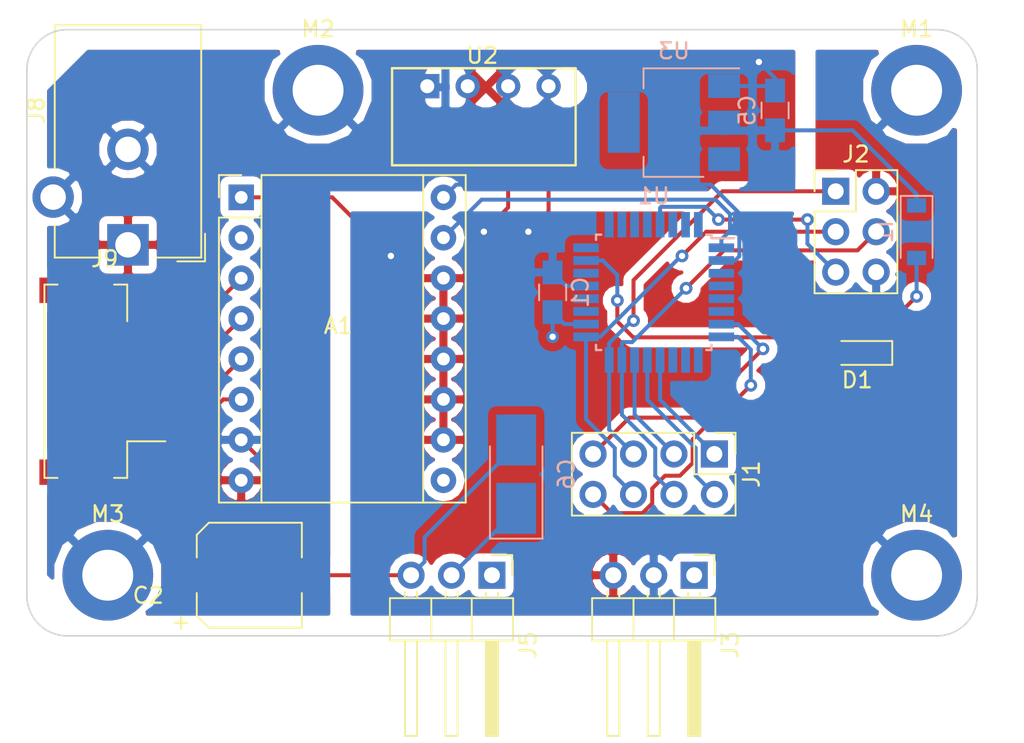
<source format=kicad_pcb>
(kicad_pcb (version 20171130) (host pcbnew "(5.0.0)")

  (general
    (thickness 1.6)
    (drawings 8)
    (tracks 145)
    (zones 0)
    (modules 20)
    (nets 38)
  )

  (page A4)
  (layers
    (0 F.Cu signal)
    (31 B.Cu signal)
    (32 B.Adhes user)
    (33 F.Adhes user)
    (34 B.Paste user)
    (35 F.Paste user)
    (36 B.SilkS user)
    (37 F.SilkS user)
    (38 B.Mask user)
    (39 F.Mask user)
    (40 Dwgs.User user)
    (41 Cmts.User user)
    (42 Eco1.User user)
    (43 Eco2.User user)
    (44 Edge.Cuts user)
    (45 Margin user)
    (46 B.CrtYd user)
    (47 F.CrtYd user)
    (48 B.Fab user)
    (49 F.Fab user)
  )

  (setup
    (last_trace_width 0.25)
    (trace_clearance 0.2)
    (zone_clearance 0.508)
    (zone_45_only no)
    (trace_min 0.2)
    (segment_width 0.2)
    (edge_width 0.1)
    (via_size 0.8)
    (via_drill 0.4)
    (via_min_size 0.4)
    (via_min_drill 0.3)
    (uvia_size 0.3)
    (uvia_drill 0.1)
    (uvias_allowed no)
    (uvia_min_size 0.2)
    (uvia_min_drill 0.1)
    (pcb_text_width 0.3)
    (pcb_text_size 1.5 1.5)
    (mod_edge_width 0.15)
    (mod_text_size 1 1)
    (mod_text_width 0.15)
    (pad_size 1.5 1.5)
    (pad_drill 0.6)
    (pad_to_mask_clearance 0)
    (aux_axis_origin 0 0)
    (visible_elements 7FFFFFFF)
    (pcbplotparams
      (layerselection 0x010fc_ffffffff)
      (usegerberextensions false)
      (usegerberattributes false)
      (usegerberadvancedattributes false)
      (creategerberjobfile false)
      (excludeedgelayer true)
      (linewidth 0.100000)
      (plotframeref false)
      (viasonmask false)
      (mode 1)
      (useauxorigin false)
      (hpglpennumber 1)
      (hpglpenspeed 20)
      (hpglpendiameter 15.000000)
      (psnegative false)
      (psa4output false)
      (plotreference true)
      (plotvalue true)
      (plotinvisibletext false)
      (padsonsilk false)
      (subtractmaskfromsilk false)
      (outputformat 1)
      (mirror false)
      (drillshape 1)
      (scaleselection 1)
      (outputdirectory ""))
  )

  (net 0 "")
  (net 1 "Net-(A1-Pad16)")
  (net 2 +12V)
  (net 3 "Net-(A1-Pad15)")
  (net 4 GND)
  (net 5 +5VL)
  (net 6 "Net-(A1-Pad6)")
  (net 7 "Net-(A1-Pad5)")
  (net 8 "Net-(A1-Pad4)")
  (net 9 "Net-(A1-Pad3)")
  (net 10 "Net-(A1-Pad2)")
  (net 11 "Net-(A1-Pad9)")
  (net 12 GNDREF)
  (net 13 +5V)
  (net 14 "Net-(D1-Pad2)")
  (net 15 "Net-(D1-Pad1)")
  (net 16 "Net-(J1-Pad8)")
  (net 17 "Net-(J1-Pad7)")
  (net 18 "Net-(J1-Pad6)")
  (net 19 "Net-(J1-Pad5)")
  (net 20 "Net-(J1-Pad4)")
  (net 21 "Net-(J1-Pad3)")
  (net 22 "Net-(J1-Pad2)")
  (net 23 "Net-(J1-Pad1)")
  (net 24 "Net-(J2-Pad5)")
  (net 25 "Net-(J3-Pad1)")
  (net 26 "Net-(J5-Pad1)")
  (net 27 "Net-(U1-Pad30)")
  (net 28 "Net-(U1-Pad28)")
  (net 29 "Net-(U1-Pad27)")
  (net 30 "Net-(U1-Pad26)")
  (net 31 "Net-(U1-Pad25)")
  (net 32 "Net-(U1-Pad24)")
  (net 33 "Net-(U1-Pad22)")
  (net 34 "Net-(U1-Pad20)")
  (net 35 "Net-(U1-Pad19)")
  (net 36 "Net-(U1-Pad11)")
  (net 37 "Net-(U1-Pad9)")

  (net_class Default "This is the default net class."
    (clearance 0.2)
    (trace_width 0.25)
    (via_dia 0.8)
    (via_drill 0.4)
    (uvia_dia 0.3)
    (uvia_drill 0.1)
    (add_net +12V)
    (add_net +5V)
    (add_net +5VL)
    (add_net GND)
    (add_net GNDREF)
    (add_net "Net-(A1-Pad15)")
    (add_net "Net-(A1-Pad16)")
    (add_net "Net-(A1-Pad2)")
    (add_net "Net-(A1-Pad3)")
    (add_net "Net-(A1-Pad4)")
    (add_net "Net-(A1-Pad5)")
    (add_net "Net-(A1-Pad6)")
    (add_net "Net-(A1-Pad9)")
    (add_net "Net-(D1-Pad1)")
    (add_net "Net-(D1-Pad2)")
    (add_net "Net-(J1-Pad1)")
    (add_net "Net-(J1-Pad2)")
    (add_net "Net-(J1-Pad3)")
    (add_net "Net-(J1-Pad4)")
    (add_net "Net-(J1-Pad5)")
    (add_net "Net-(J1-Pad6)")
    (add_net "Net-(J1-Pad7)")
    (add_net "Net-(J1-Pad8)")
    (add_net "Net-(J2-Pad5)")
    (add_net "Net-(J3-Pad1)")
    (add_net "Net-(J5-Pad1)")
    (add_net "Net-(U1-Pad11)")
    (add_net "Net-(U1-Pad19)")
    (add_net "Net-(U1-Pad20)")
    (add_net "Net-(U1-Pad22)")
    (add_net "Net-(U1-Pad24)")
    (add_net "Net-(U1-Pad25)")
    (add_net "Net-(U1-Pad26)")
    (add_net "Net-(U1-Pad27)")
    (add_net "Net-(U1-Pad28)")
    (add_net "Net-(U1-Pad30)")
    (add_net "Net-(U1-Pad9)")
  )

  (module Modules:Pololu_Breakout-16_15.2x20.3mm (layer F.Cu) (tedit 58AB602C) (tstamp 5B7ACBC4)
    (at 118.872 84.201)
    (descr "Pololu Breakout 16-pin 15.2x20.3mm 0.6x0.8\\")
    (path /5B1F998C)
    (fp_text reference A1 (at 6.096 8.0645) (layer F.SilkS)
      (effects (font (size 1 1) (thickness 0.15)))
    )
    (fp_text value Pololu_Breakout_DRV8825 (at 6.35 20.17) (layer F.Fab)
      (effects (font (size 1 1) (thickness 0.15)))
    )
    (fp_line (start 14.21 19.3) (end -1.53 19.3) (layer F.CrtYd) (width 0.05))
    (fp_line (start 14.21 19.3) (end 14.21 -1.52) (layer F.CrtYd) (width 0.05))
    (fp_line (start -1.53 -1.52) (end -1.53 19.3) (layer F.CrtYd) (width 0.05))
    (fp_line (start -1.53 -1.52) (end 14.21 -1.52) (layer F.CrtYd) (width 0.05))
    (fp_line (start -1.27 19.05) (end -1.27 0) (layer F.Fab) (width 0.1))
    (fp_line (start 13.97 19.05) (end -1.27 19.05) (layer F.Fab) (width 0.1))
    (fp_line (start 13.97 -1.27) (end 13.97 19.05) (layer F.Fab) (width 0.1))
    (fp_line (start 0 -1.27) (end 13.97 -1.27) (layer F.Fab) (width 0.1))
    (fp_line (start -1.27 0) (end 0 -1.27) (layer F.Fab) (width 0.1))
    (fp_line (start 14.1 -1.4) (end 1.27 -1.4) (layer F.SilkS) (width 0.12))
    (fp_line (start 14.1 19.18) (end 14.1 -1.4) (layer F.SilkS) (width 0.12))
    (fp_line (start -1.4 19.18) (end 14.1 19.18) (layer F.SilkS) (width 0.12))
    (fp_line (start -1.4 1.27) (end -1.4 19.18) (layer F.SilkS) (width 0.12))
    (fp_line (start 1.27 1.27) (end -1.4 1.27) (layer F.SilkS) (width 0.12))
    (fp_line (start 1.27 -1.4) (end 1.27 1.27) (layer F.SilkS) (width 0.12))
    (fp_line (start -1.4 -1.4) (end -1.4 0) (layer F.SilkS) (width 0.12))
    (fp_line (start 0 -1.4) (end -1.4 -1.4) (layer F.SilkS) (width 0.12))
    (fp_line (start 1.27 1.27) (end 1.27 19.18) (layer F.SilkS) (width 0.12))
    (fp_line (start 11.43 -1.4) (end 11.43 19.18) (layer F.SilkS) (width 0.12))
    (fp_text user %R (at 6.35 0) (layer F.Fab)
      (effects (font (size 1 1) (thickness 0.15)))
    )
    (pad 16 thru_hole oval (at 12.7 0) (size 1.6 1.6) (drill 0.8) (layers *.Cu *.Mask)
      (net 1 "Net-(A1-Pad16)"))
    (pad 8 thru_hole oval (at 0 17.78) (size 1.6 1.6) (drill 0.8) (layers *.Cu *.Mask)
      (net 2 +12V))
    (pad 15 thru_hole oval (at 12.7 2.54) (size 1.6 1.6) (drill 0.8) (layers *.Cu *.Mask)
      (net 3 "Net-(A1-Pad15)"))
    (pad 7 thru_hole oval (at 0 15.24) (size 1.6 1.6) (drill 0.8) (layers *.Cu *.Mask)
      (net 4 GND))
    (pad 14 thru_hole oval (at 12.7 5.08) (size 1.6 1.6) (drill 0.8) (layers *.Cu *.Mask)
      (net 5 +5VL))
    (pad 6 thru_hole oval (at 0 12.7) (size 1.6 1.6) (drill 0.8) (layers *.Cu *.Mask)
      (net 6 "Net-(A1-Pad6)"))
    (pad 13 thru_hole oval (at 12.7 7.62) (size 1.6 1.6) (drill 0.8) (layers *.Cu *.Mask)
      (net 5 +5VL))
    (pad 5 thru_hole oval (at 0 10.16) (size 1.6 1.6) (drill 0.8) (layers *.Cu *.Mask)
      (net 7 "Net-(A1-Pad5)"))
    (pad 12 thru_hole oval (at 12.7 10.16) (size 1.6 1.6) (drill 0.8) (layers *.Cu *.Mask)
      (net 5 +5VL))
    (pad 4 thru_hole oval (at 0 7.62) (size 1.6 1.6) (drill 0.8) (layers *.Cu *.Mask)
      (net 8 "Net-(A1-Pad4)"))
    (pad 11 thru_hole oval (at 12.7 12.7) (size 1.6 1.6) (drill 0.8) (layers *.Cu *.Mask)
      (net 5 +5VL))
    (pad 3 thru_hole oval (at 0 5.08) (size 1.6 1.6) (drill 0.8) (layers *.Cu *.Mask)
      (net 9 "Net-(A1-Pad3)"))
    (pad 10 thru_hole oval (at 12.7 15.24) (size 1.6 1.6) (drill 0.8) (layers *.Cu *.Mask)
      (net 5 +5VL))
    (pad 2 thru_hole oval (at 0 2.54) (size 1.6 1.6) (drill 0.8) (layers *.Cu *.Mask)
      (net 10 "Net-(A1-Pad2)"))
    (pad 9 thru_hole oval (at 12.7 17.78) (size 1.6 1.6) (drill 0.8) (layers *.Cu *.Mask)
      (net 11 "Net-(A1-Pad9)"))
    (pad 1 thru_hole rect (at 0 0) (size 1.6 1.6) (drill 0.8) (layers *.Cu *.Mask)
      (net 12 GNDREF))
  )

  (module Capacitors_SMD:C_0805_HandSoldering (layer B.Cu) (tedit 5B7ADF11) (tstamp 5B7ACBD5)
    (at 138.43 90.17 90)
    (descr "Capacitor SMD 0805, hand soldering")
    (tags "capacitor 0805")
    (path /5B16A9CD)
    (attr smd)
    (fp_text reference C1 (at 0 1.75 90) (layer B.SilkS)
      (effects (font (size 1 1) (thickness 0.15)) (justify mirror))
    )
    (fp_text value 100n (at 0 -1.75 90) (layer B.Fab)
      (effects (font (size 1 1) (thickness 0.15)) (justify mirror))
    )
    (fp_text user %R (at 0 1.75 90) (layer B.Fab)
      (effects (font (size 1 1) (thickness 0.15)) (justify mirror))
    )
    (fp_line (start -1 -0.62) (end -1 0.62) (layer B.Fab) (width 0.1))
    (fp_line (start 1 -0.62) (end -1 -0.62) (layer B.Fab) (width 0.1))
    (fp_line (start 1 0.62) (end 1 -0.62) (layer B.Fab) (width 0.1))
    (fp_line (start -1 0.62) (end 1 0.62) (layer B.Fab) (width 0.1))
    (fp_line (start 0.5 0.85) (end -0.5 0.85) (layer B.SilkS) (width 0.12))
    (fp_line (start -0.5 -0.85) (end 0.5 -0.85) (layer B.SilkS) (width 0.12))
    (fp_line (start -2.25 0.88) (end 2.25 0.88) (layer B.CrtYd) (width 0.05))
    (fp_line (start -2.25 0.88) (end -2.25 -0.87) (layer B.CrtYd) (width 0.05))
    (fp_line (start 2.25 -0.87) (end 2.25 0.88) (layer B.CrtYd) (width 0.05))
    (fp_line (start 2.25 -0.87) (end -2.25 -0.87) (layer B.CrtYd) (width 0.05))
    (pad 1 smd rect (at -1.25 0 90) (size 1.5 1.25) (layers B.Cu B.Paste B.Mask)
      (net 5 +5VL))
    (pad 2 smd rect (at 1.25 0 90) (size 1.5 1.25) (layers B.Cu B.Paste B.Mask)
      (net 12 GNDREF))
    (model Capacitors_SMD.3dshapes/C_0805.wrl
      (at (xyz 0 0 0))
      (scale (xyz 1 1 1))
      (rotate (xyz 0 0 0))
    )
  )

  (module Capacitors_SMD:CP_Elec_6.3x7.7 (layer F.Cu) (tedit 58AA8B76) (tstamp 5B7AE8B3)
    (at 119.38 107.95)
    (descr "SMT capacitor, aluminium electrolytic, 6.3x7.7")
    (path /5B1804AD)
    (attr smd)
    (fp_text reference C2 (at -6.35 1.27) (layer F.SilkS)
      (effects (font (size 1 1) (thickness 0.15)))
    )
    (fp_text value 100u (at 0 -4.43) (layer F.Fab)
      (effects (font (size 1 1) (thickness 0.15)))
    )
    (fp_line (start 4.7 3.4) (end -4.7 3.4) (layer F.CrtYd) (width 0.05))
    (fp_line (start 4.7 3.4) (end 4.7 -3.4) (layer F.CrtYd) (width 0.05))
    (fp_line (start -4.7 -3.4) (end -4.7 3.4) (layer F.CrtYd) (width 0.05))
    (fp_line (start -4.7 -3.4) (end 4.7 -3.4) (layer F.CrtYd) (width 0.05))
    (fp_line (start -2.54 -3.3) (end 3.3 -3.3) (layer F.SilkS) (width 0.12))
    (fp_line (start -3.3 -2.54) (end -2.54 -3.3) (layer F.SilkS) (width 0.12))
    (fp_line (start -2.54 3.3) (end -3.3 2.54) (layer F.SilkS) (width 0.12))
    (fp_line (start 3.3 3.3) (end -2.54 3.3) (layer F.SilkS) (width 0.12))
    (fp_line (start -3.3 -2.54) (end -3.3 -1.12) (layer F.SilkS) (width 0.12))
    (fp_line (start 3.3 -3.3) (end 3.3 -1.12) (layer F.SilkS) (width 0.12))
    (fp_line (start 3.3 3.3) (end 3.3 1.12) (layer F.SilkS) (width 0.12))
    (fp_line (start -3.3 2.54) (end -3.3 1.12) (layer F.SilkS) (width 0.12))
    (fp_line (start 3.15 -3.15) (end -2.48 -3.15) (layer F.Fab) (width 0.1))
    (fp_line (start -2.48 -3.15) (end -3.15 -2.48) (layer F.Fab) (width 0.1))
    (fp_line (start -3.15 -2.48) (end -3.15 2.48) (layer F.Fab) (width 0.1))
    (fp_line (start -3.15 2.48) (end -2.48 3.15) (layer F.Fab) (width 0.1))
    (fp_line (start -2.48 3.15) (end 3.15 3.15) (layer F.Fab) (width 0.1))
    (fp_line (start 3.15 3.15) (end 3.15 -3.15) (layer F.Fab) (width 0.1))
    (fp_text user %R (at 0 4.43) (layer F.Fab)
      (effects (font (size 1 1) (thickness 0.15)))
    )
    (fp_text user + (at -4.28 2.91) (layer F.SilkS)
      (effects (font (size 1 1) (thickness 0.15)))
    )
    (fp_text user + (at -1.73 -0.08) (layer F.Fab)
      (effects (font (size 1 1) (thickness 0.15)))
    )
    (fp_circle (center 0 0) (end 0.5 3) (layer F.Fab) (width 0.1))
    (pad 2 smd rect (at 2.7 0 180) (size 3.5 1.6) (layers F.Cu F.Paste F.Mask)
      (net 4 GND))
    (pad 1 smd rect (at -2.7 0 180) (size 3.5 1.6) (layers F.Cu F.Paste F.Mask)
      (net 2 +12V))
    (model Capacitors_SMD.3dshapes/CP_Elec_6.3x7.7.wrl
      (at (xyz 0 0 0))
      (scale (xyz 1 1 1))
      (rotate (xyz 0 0 180))
    )
  )

  (module Capacitors_SMD:C_0805_HandSoldering (layer B.Cu) (tedit 58AA84A8) (tstamp 5B7ACC02)
    (at 152.4 78.74 270)
    (descr "Capacitor SMD 0805, hand soldering")
    (tags "capacitor 0805")
    (path /5B1EA909)
    (attr smd)
    (fp_text reference C5 (at 0 1.75 270) (layer B.SilkS)
      (effects (font (size 1 1) (thickness 0.15)) (justify mirror))
    )
    (fp_text value 1u (at 0 -1.75 270) (layer B.Fab)
      (effects (font (size 1 1) (thickness 0.15)) (justify mirror))
    )
    (fp_line (start 2.25 -0.87) (end -2.25 -0.87) (layer B.CrtYd) (width 0.05))
    (fp_line (start 2.25 -0.87) (end 2.25 0.88) (layer B.CrtYd) (width 0.05))
    (fp_line (start -2.25 0.88) (end -2.25 -0.87) (layer B.CrtYd) (width 0.05))
    (fp_line (start -2.25 0.88) (end 2.25 0.88) (layer B.CrtYd) (width 0.05))
    (fp_line (start -0.5 -0.85) (end 0.5 -0.85) (layer B.SilkS) (width 0.12))
    (fp_line (start 0.5 0.85) (end -0.5 0.85) (layer B.SilkS) (width 0.12))
    (fp_line (start -1 0.62) (end 1 0.62) (layer B.Fab) (width 0.1))
    (fp_line (start 1 0.62) (end 1 -0.62) (layer B.Fab) (width 0.1))
    (fp_line (start 1 -0.62) (end -1 -0.62) (layer B.Fab) (width 0.1))
    (fp_line (start -1 -0.62) (end -1 0.62) (layer B.Fab) (width 0.1))
    (fp_text user %R (at 0 1.75 270) (layer B.Fab)
      (effects (font (size 1 1) (thickness 0.15)) (justify mirror))
    )
    (pad 2 smd rect (at 1.25 0 270) (size 1.5 1.25) (layers B.Cu B.Paste B.Mask)
      (net 4 GND))
    (pad 1 smd rect (at -1.25 0 270) (size 1.5 1.25) (layers B.Cu B.Paste B.Mask)
      (net 2 +12V))
    (model Capacitors_SMD.3dshapes/C_0805.wrl
      (at (xyz 0 0 0))
      (scale (xyz 1 1 1))
      (rotate (xyz 0 0 0))
    )
  )

  (module Capacitors_Tantalum_SMD:CP_Tantalum_Case-B_EIA-3528-21_Hand (layer B.Cu) (tedit 58CC8C08) (tstamp 5B874033)
    (at 136.144 101.6 90)
    (descr "Tantalum capacitor, Case B, EIA 3528-21, 3.5x2.8x1.9mm, Hand soldering footprint")
    (tags "capacitor tantalum smd")
    (path /5B1ECD9E)
    (attr smd)
    (fp_text reference C6 (at 0 3.15 90) (layer B.SilkS)
      (effects (font (size 1 1) (thickness 0.15)) (justify mirror))
    )
    (fp_text value 3.3u (at 0 -3.15 90) (layer B.Fab)
      (effects (font (size 1 1) (thickness 0.15)) (justify mirror))
    )
    (fp_line (start -4.05 1.65) (end -4.05 -1.65) (layer B.SilkS) (width 0.12))
    (fp_line (start -4.05 -1.65) (end 1.75 -1.65) (layer B.SilkS) (width 0.12))
    (fp_line (start -4.05 1.65) (end 1.75 1.65) (layer B.SilkS) (width 0.12))
    (fp_line (start -1.225 1.4) (end -1.225 -1.4) (layer B.Fab) (width 0.1))
    (fp_line (start -1.4 1.4) (end -1.4 -1.4) (layer B.Fab) (width 0.1))
    (fp_line (start 1.75 1.4) (end -1.75 1.4) (layer B.Fab) (width 0.1))
    (fp_line (start 1.75 -1.4) (end 1.75 1.4) (layer B.Fab) (width 0.1))
    (fp_line (start -1.75 -1.4) (end 1.75 -1.4) (layer B.Fab) (width 0.1))
    (fp_line (start -1.75 1.4) (end -1.75 -1.4) (layer B.Fab) (width 0.1))
    (fp_line (start 4.15 1.75) (end -4.15 1.75) (layer B.CrtYd) (width 0.05))
    (fp_line (start 4.15 -1.75) (end 4.15 1.75) (layer B.CrtYd) (width 0.05))
    (fp_line (start -4.15 -1.75) (end 4.15 -1.75) (layer B.CrtYd) (width 0.05))
    (fp_line (start -4.15 1.75) (end -4.15 -1.75) (layer B.CrtYd) (width 0.05))
    (fp_text user %R (at 0 0 90) (layer F.Fab)
      (effects (font (size 0.8 0.8) (thickness 0.12)))
    )
    (pad 2 smd rect (at 2.15 0 90) (size 3.2 2.5) (layers B.Cu B.Paste B.Mask)
      (net 4 GND))
    (pad 1 smd rect (at -2.15 0 90) (size 3.2 2.5) (layers B.Cu B.Paste B.Mask)
      (net 13 +5V))
    (model Capacitors_Tantalum_SMD.3dshapes/CP_Tantalum_Case-B_EIA-3528-21.wrl
      (at (xyz 0 0 0))
      (scale (xyz 1 1 1))
      (rotate (xyz 0 0 0))
    )
  )

  (module LEDs:LED_0805_HandSoldering (layer F.Cu) (tedit 595FCA25) (tstamp 5B7ACC2B)
    (at 157.56 93.98 180)
    (descr "Resistor SMD 0805, hand soldering")
    (tags "resistor 0805")
    (path /5B784366)
    (attr smd)
    (fp_text reference D1 (at 0 -1.7 180) (layer F.SilkS)
      (effects (font (size 1 1) (thickness 0.15)))
    )
    (fp_text value LED (at 0 1.75 180) (layer F.Fab)
      (effects (font (size 1 1) (thickness 0.15)))
    )
    (fp_line (start -2.2 -0.75) (end -2.2 0.75) (layer F.SilkS) (width 0.12))
    (fp_line (start 2.35 0.9) (end -2.35 0.9) (layer F.CrtYd) (width 0.05))
    (fp_line (start 2.35 0.9) (end 2.35 -0.9) (layer F.CrtYd) (width 0.05))
    (fp_line (start -2.35 -0.9) (end -2.35 0.9) (layer F.CrtYd) (width 0.05))
    (fp_line (start -2.35 -0.9) (end 2.35 -0.9) (layer F.CrtYd) (width 0.05))
    (fp_line (start -2.2 -0.75) (end 1 -0.75) (layer F.SilkS) (width 0.12))
    (fp_line (start 1 0.75) (end -2.2 0.75) (layer F.SilkS) (width 0.12))
    (fp_line (start -1 -0.62) (end 1 -0.62) (layer F.Fab) (width 0.1))
    (fp_line (start 1 -0.62) (end 1 0.62) (layer F.Fab) (width 0.1))
    (fp_line (start 1 0.62) (end -1 0.62) (layer F.Fab) (width 0.1))
    (fp_line (start -1 0.62) (end -1 -0.62) (layer F.Fab) (width 0.1))
    (fp_line (start 0.2 -0.4) (end 0.2 0.4) (layer F.Fab) (width 0.1))
    (fp_line (start 0.2 0.4) (end -0.4 0) (layer F.Fab) (width 0.1))
    (fp_line (start -0.4 0) (end 0.2 -0.4) (layer F.Fab) (width 0.1))
    (fp_line (start -0.4 -0.4) (end -0.4 0.4) (layer F.Fab) (width 0.1))
    (pad 2 smd rect (at 1.35 0 180) (size 1.5 1.3) (layers F.Cu F.Paste F.Mask)
      (net 14 "Net-(D1-Pad2)"))
    (pad 1 smd rect (at -1.35 0 180) (size 1.5 1.3) (layers F.Cu F.Paste F.Mask)
      (net 15 "Net-(D1-Pad1)"))
    (model ${KISYS3DMOD}/LEDs.3dshapes/LED_0805.wrl
      (at (xyz 0 0 0))
      (scale (xyz 1 1 1))
      (rotate (xyz 0 0 0))
    )
  )

  (module Diodes_SMD:D_SOD-123 (layer B.Cu) (tedit 58645DC7) (tstamp 5B7AEACB)
    (at 161.29 86.36 270)
    (descr SOD-123)
    (tags SOD-123)
    (path /5B791899)
    (attr smd)
    (fp_text reference I1 (at 0 2 270) (layer B.SilkS)
      (effects (font (size 1 1) (thickness 0.15)) (justify mirror))
    )
    (fp_text value NSI50010YT1G (at 0 -2.1 270) (layer B.Fab)
      (effects (font (size 1 1) (thickness 0.15)) (justify mirror))
    )
    (fp_line (start -2.25 1) (end 1.65 1) (layer B.SilkS) (width 0.12))
    (fp_line (start -2.25 -1) (end 1.65 -1) (layer B.SilkS) (width 0.12))
    (fp_line (start -2.35 1.15) (end -2.35 -1.15) (layer B.CrtYd) (width 0.05))
    (fp_line (start 2.35 -1.15) (end -2.35 -1.15) (layer B.CrtYd) (width 0.05))
    (fp_line (start 2.35 1.15) (end 2.35 -1.15) (layer B.CrtYd) (width 0.05))
    (fp_line (start -2.35 1.15) (end 2.35 1.15) (layer B.CrtYd) (width 0.05))
    (fp_line (start -1.4 0.9) (end 1.4 0.9) (layer B.Fab) (width 0.1))
    (fp_line (start 1.4 0.9) (end 1.4 -0.9) (layer B.Fab) (width 0.1))
    (fp_line (start 1.4 -0.9) (end -1.4 -0.9) (layer B.Fab) (width 0.1))
    (fp_line (start -1.4 -0.9) (end -1.4 0.9) (layer B.Fab) (width 0.1))
    (fp_line (start -0.75 0) (end -0.35 0) (layer B.Fab) (width 0.1))
    (fp_line (start -0.35 0) (end -0.35 0.55) (layer B.Fab) (width 0.1))
    (fp_line (start -0.35 0) (end -0.35 -0.55) (layer B.Fab) (width 0.1))
    (fp_line (start -0.35 0) (end 0.25 0.4) (layer B.Fab) (width 0.1))
    (fp_line (start 0.25 0.4) (end 0.25 -0.4) (layer B.Fab) (width 0.1))
    (fp_line (start 0.25 -0.4) (end -0.35 0) (layer B.Fab) (width 0.1))
    (fp_line (start 0.25 0) (end 0.75 0) (layer B.Fab) (width 0.1))
    (fp_line (start -2.25 1) (end -2.25 -1) (layer B.SilkS) (width 0.12))
    (fp_text user %R (at 0 2 270) (layer B.Fab)
      (effects (font (size 1 1) (thickness 0.15)) (justify mirror))
    )
    (pad 2 smd rect (at 1.65 0 270) (size 0.9 1.2) (layers B.Cu B.Paste B.Mask)
      (net 15 "Net-(D1-Pad1)"))
    (pad 1 smd rect (at -1.65 0 270) (size 0.9 1.2) (layers B.Cu B.Paste B.Mask)
      (net 4 GND))
    (model ${KISYS3DMOD}/Diodes_SMD.3dshapes/D_SOD-123.wrl
      (at (xyz 0 0 0))
      (scale (xyz 1 1 1))
      (rotate (xyz 0 0 0))
    )
  )

  (module Pin_Headers:Pin_Header_Straight_2x04_Pitch2.54mm (layer F.Cu) (tedit 59650532) (tstamp 5B7AF579)
    (at 148.59 100.33 270)
    (descr "Through hole straight pin header, 2x04, 2.54mm pitch, double rows")
    (tags "Through hole pin header THT 2x04 2.54mm double row")
    (path /5B16AB74)
    (fp_text reference J1 (at 1.27 -2.33 270) (layer F.SilkS)
      (effects (font (size 1 1) (thickness 0.15)))
    )
    (fp_text value "LCD I/O" (at 1.27 9.95 270) (layer F.Fab)
      (effects (font (size 1 1) (thickness 0.15)))
    )
    (fp_text user %R (at 1.27 3.81) (layer F.Fab)
      (effects (font (size 1 1) (thickness 0.15)))
    )
    (fp_line (start 4.35 -1.8) (end -1.8 -1.8) (layer F.CrtYd) (width 0.05))
    (fp_line (start 4.35 9.4) (end 4.35 -1.8) (layer F.CrtYd) (width 0.05))
    (fp_line (start -1.8 9.4) (end 4.35 9.4) (layer F.CrtYd) (width 0.05))
    (fp_line (start -1.8 -1.8) (end -1.8 9.4) (layer F.CrtYd) (width 0.05))
    (fp_line (start -1.33 -1.33) (end 0 -1.33) (layer F.SilkS) (width 0.12))
    (fp_line (start -1.33 0) (end -1.33 -1.33) (layer F.SilkS) (width 0.12))
    (fp_line (start 1.27 -1.33) (end 3.87 -1.33) (layer F.SilkS) (width 0.12))
    (fp_line (start 1.27 1.27) (end 1.27 -1.33) (layer F.SilkS) (width 0.12))
    (fp_line (start -1.33 1.27) (end 1.27 1.27) (layer F.SilkS) (width 0.12))
    (fp_line (start 3.87 -1.33) (end 3.87 8.95) (layer F.SilkS) (width 0.12))
    (fp_line (start -1.33 1.27) (end -1.33 8.95) (layer F.SilkS) (width 0.12))
    (fp_line (start -1.33 8.95) (end 3.87 8.95) (layer F.SilkS) (width 0.12))
    (fp_line (start -1.27 0) (end 0 -1.27) (layer F.Fab) (width 0.1))
    (fp_line (start -1.27 8.89) (end -1.27 0) (layer F.Fab) (width 0.1))
    (fp_line (start 3.81 8.89) (end -1.27 8.89) (layer F.Fab) (width 0.1))
    (fp_line (start 3.81 -1.27) (end 3.81 8.89) (layer F.Fab) (width 0.1))
    (fp_line (start 0 -1.27) (end 3.81 -1.27) (layer F.Fab) (width 0.1))
    (pad 8 thru_hole oval (at 2.54 7.62 270) (size 1.7 1.7) (drill 1) (layers *.Cu *.Mask)
      (net 16 "Net-(J1-Pad8)"))
    (pad 7 thru_hole oval (at 0 7.62 270) (size 1.7 1.7) (drill 1) (layers *.Cu *.Mask)
      (net 17 "Net-(J1-Pad7)"))
    (pad 6 thru_hole oval (at 2.54 5.08 270) (size 1.7 1.7) (drill 1) (layers *.Cu *.Mask)
      (net 18 "Net-(J1-Pad6)"))
    (pad 5 thru_hole oval (at 0 5.08 270) (size 1.7 1.7) (drill 1) (layers *.Cu *.Mask)
      (net 19 "Net-(J1-Pad5)"))
    (pad 4 thru_hole oval (at 2.54 2.54 270) (size 1.7 1.7) (drill 1) (layers *.Cu *.Mask)
      (net 20 "Net-(J1-Pad4)"))
    (pad 3 thru_hole oval (at 0 2.54 270) (size 1.7 1.7) (drill 1) (layers *.Cu *.Mask)
      (net 21 "Net-(J1-Pad3)"))
    (pad 2 thru_hole oval (at 2.54 0 270) (size 1.7 1.7) (drill 1) (layers *.Cu *.Mask)
      (net 22 "Net-(J1-Pad2)"))
    (pad 1 thru_hole rect (at 0 0 270) (size 1.7 1.7) (drill 1) (layers *.Cu *.Mask)
      (net 23 "Net-(J1-Pad1)"))
    (model ${KISYS3DMOD}/Pin_Headers.3dshapes/Pin_Header_Straight_2x04_Pitch2.54mm.wrl
      (at (xyz 0 0 0))
      (scale (xyz 1 1 1))
      (rotate (xyz 0 0 0))
    )
  )

  (module Pin_Headers:Pin_Header_Straight_2x03_Pitch2.54mm (layer F.Cu) (tedit 59650532) (tstamp 5B7ACC7E)
    (at 156.21 83.82)
    (descr "Through hole straight pin header, 2x03, 2.54mm pitch, double rows")
    (tags "Through hole pin header THT 2x03 2.54mm double row")
    (path /5B17F650)
    (fp_text reference J2 (at 1.27 -2.33) (layer F.SilkS)
      (effects (font (size 1 1) (thickness 0.15)))
    )
    (fp_text value ISP (at 1.27 7.41) (layer F.Fab)
      (effects (font (size 1 1) (thickness 0.15)))
    )
    (fp_text user %R (at 1.27 2.54 90) (layer F.Fab)
      (effects (font (size 1 1) (thickness 0.15)))
    )
    (fp_line (start 4.35 -1.8) (end -1.8 -1.8) (layer F.CrtYd) (width 0.05))
    (fp_line (start 4.35 6.85) (end 4.35 -1.8) (layer F.CrtYd) (width 0.05))
    (fp_line (start -1.8 6.85) (end 4.35 6.85) (layer F.CrtYd) (width 0.05))
    (fp_line (start -1.8 -1.8) (end -1.8 6.85) (layer F.CrtYd) (width 0.05))
    (fp_line (start -1.33 -1.33) (end 0 -1.33) (layer F.SilkS) (width 0.12))
    (fp_line (start -1.33 0) (end -1.33 -1.33) (layer F.SilkS) (width 0.12))
    (fp_line (start 1.27 -1.33) (end 3.87 -1.33) (layer F.SilkS) (width 0.12))
    (fp_line (start 1.27 1.27) (end 1.27 -1.33) (layer F.SilkS) (width 0.12))
    (fp_line (start -1.33 1.27) (end 1.27 1.27) (layer F.SilkS) (width 0.12))
    (fp_line (start 3.87 -1.33) (end 3.87 6.41) (layer F.SilkS) (width 0.12))
    (fp_line (start -1.33 1.27) (end -1.33 6.41) (layer F.SilkS) (width 0.12))
    (fp_line (start -1.33 6.41) (end 3.87 6.41) (layer F.SilkS) (width 0.12))
    (fp_line (start -1.27 0) (end 0 -1.27) (layer F.Fab) (width 0.1))
    (fp_line (start -1.27 6.35) (end -1.27 0) (layer F.Fab) (width 0.1))
    (fp_line (start 3.81 6.35) (end -1.27 6.35) (layer F.Fab) (width 0.1))
    (fp_line (start 3.81 -1.27) (end 3.81 6.35) (layer F.Fab) (width 0.1))
    (fp_line (start 0 -1.27) (end 3.81 -1.27) (layer F.Fab) (width 0.1))
    (pad 6 thru_hole oval (at 2.54 5.08) (size 1.7 1.7) (drill 1) (layers *.Cu *.Mask)
      (net 12 GNDREF))
    (pad 5 thru_hole oval (at 0 5.08) (size 1.7 1.7) (drill 1) (layers *.Cu *.Mask)
      (net 24 "Net-(J2-Pad5)"))
    (pad 4 thru_hole oval (at 2.54 2.54) (size 1.7 1.7) (drill 1) (layers *.Cu *.Mask)
      (net 20 "Net-(J1-Pad4)"))
    (pad 3 thru_hole oval (at 0 2.54) (size 1.7 1.7) (drill 1) (layers *.Cu *.Mask)
      (net 18 "Net-(J1-Pad6)"))
    (pad 2 thru_hole oval (at 2.54 0) (size 1.7 1.7) (drill 1) (layers *.Cu *.Mask)
      (net 5 +5VL))
    (pad 1 thru_hole rect (at 0 0) (size 1.7 1.7) (drill 1) (layers *.Cu *.Mask)
      (net 19 "Net-(J1-Pad5)"))
    (model ${KISYS3DMOD}/Pin_Headers.3dshapes/Pin_Header_Straight_2x03_Pitch2.54mm.wrl
      (at (xyz 0 0 0))
      (scale (xyz 1 1 1))
      (rotate (xyz 0 0 0))
    )
  )

  (module Pin_Headers:Pin_Header_Angled_1x03_Pitch2.54mm (layer F.Cu) (tedit 59650532) (tstamp 5B7B07FB)
    (at 147.32 107.95 270)
    (descr "Through hole angled pin header, 1x03, 2.54mm pitch, 6mm pin length, single row")
    (tags "Through hole angled pin header THT 1x03 2.54mm single row")
    (path /5B72F542)
    (fp_text reference J3 (at 4.385 -2.27 270) (layer F.SilkS)
      (effects (font (size 1 1) (thickness 0.15)))
    )
    (fp_text value LCD (at 4.385 7.35 270) (layer F.Fab)
      (effects (font (size 1 1) (thickness 0.15)))
    )
    (fp_text user %R (at 2.77 2.54) (layer F.Fab)
      (effects (font (size 1 1) (thickness 0.15)))
    )
    (fp_line (start 10.55 -1.8) (end -1.8 -1.8) (layer F.CrtYd) (width 0.05))
    (fp_line (start 10.55 6.85) (end 10.55 -1.8) (layer F.CrtYd) (width 0.05))
    (fp_line (start -1.8 6.85) (end 10.55 6.85) (layer F.CrtYd) (width 0.05))
    (fp_line (start -1.8 -1.8) (end -1.8 6.85) (layer F.CrtYd) (width 0.05))
    (fp_line (start -1.27 -1.27) (end 0 -1.27) (layer F.SilkS) (width 0.12))
    (fp_line (start -1.27 0) (end -1.27 -1.27) (layer F.SilkS) (width 0.12))
    (fp_line (start 1.042929 5.46) (end 1.44 5.46) (layer F.SilkS) (width 0.12))
    (fp_line (start 1.042929 4.7) (end 1.44 4.7) (layer F.SilkS) (width 0.12))
    (fp_line (start 10.1 5.46) (end 4.1 5.46) (layer F.SilkS) (width 0.12))
    (fp_line (start 10.1 4.7) (end 10.1 5.46) (layer F.SilkS) (width 0.12))
    (fp_line (start 4.1 4.7) (end 10.1 4.7) (layer F.SilkS) (width 0.12))
    (fp_line (start 1.44 3.81) (end 4.1 3.81) (layer F.SilkS) (width 0.12))
    (fp_line (start 1.042929 2.92) (end 1.44 2.92) (layer F.SilkS) (width 0.12))
    (fp_line (start 1.042929 2.16) (end 1.44 2.16) (layer F.SilkS) (width 0.12))
    (fp_line (start 10.1 2.92) (end 4.1 2.92) (layer F.SilkS) (width 0.12))
    (fp_line (start 10.1 2.16) (end 10.1 2.92) (layer F.SilkS) (width 0.12))
    (fp_line (start 4.1 2.16) (end 10.1 2.16) (layer F.SilkS) (width 0.12))
    (fp_line (start 1.44 1.27) (end 4.1 1.27) (layer F.SilkS) (width 0.12))
    (fp_line (start 1.11 0.38) (end 1.44 0.38) (layer F.SilkS) (width 0.12))
    (fp_line (start 1.11 -0.38) (end 1.44 -0.38) (layer F.SilkS) (width 0.12))
    (fp_line (start 4.1 0.28) (end 10.1 0.28) (layer F.SilkS) (width 0.12))
    (fp_line (start 4.1 0.16) (end 10.1 0.16) (layer F.SilkS) (width 0.12))
    (fp_line (start 4.1 0.04) (end 10.1 0.04) (layer F.SilkS) (width 0.12))
    (fp_line (start 4.1 -0.08) (end 10.1 -0.08) (layer F.SilkS) (width 0.12))
    (fp_line (start 4.1 -0.2) (end 10.1 -0.2) (layer F.SilkS) (width 0.12))
    (fp_line (start 4.1 -0.32) (end 10.1 -0.32) (layer F.SilkS) (width 0.12))
    (fp_line (start 10.1 0.38) (end 4.1 0.38) (layer F.SilkS) (width 0.12))
    (fp_line (start 10.1 -0.38) (end 10.1 0.38) (layer F.SilkS) (width 0.12))
    (fp_line (start 4.1 -0.38) (end 10.1 -0.38) (layer F.SilkS) (width 0.12))
    (fp_line (start 4.1 -1.33) (end 1.44 -1.33) (layer F.SilkS) (width 0.12))
    (fp_line (start 4.1 6.41) (end 4.1 -1.33) (layer F.SilkS) (width 0.12))
    (fp_line (start 1.44 6.41) (end 4.1 6.41) (layer F.SilkS) (width 0.12))
    (fp_line (start 1.44 -1.33) (end 1.44 6.41) (layer F.SilkS) (width 0.12))
    (fp_line (start 4.04 5.4) (end 10.04 5.4) (layer F.Fab) (width 0.1))
    (fp_line (start 10.04 4.76) (end 10.04 5.4) (layer F.Fab) (width 0.1))
    (fp_line (start 4.04 4.76) (end 10.04 4.76) (layer F.Fab) (width 0.1))
    (fp_line (start -0.32 5.4) (end 1.5 5.4) (layer F.Fab) (width 0.1))
    (fp_line (start -0.32 4.76) (end -0.32 5.4) (layer F.Fab) (width 0.1))
    (fp_line (start -0.32 4.76) (end 1.5 4.76) (layer F.Fab) (width 0.1))
    (fp_line (start 4.04 2.86) (end 10.04 2.86) (layer F.Fab) (width 0.1))
    (fp_line (start 10.04 2.22) (end 10.04 2.86) (layer F.Fab) (width 0.1))
    (fp_line (start 4.04 2.22) (end 10.04 2.22) (layer F.Fab) (width 0.1))
    (fp_line (start -0.32 2.86) (end 1.5 2.86) (layer F.Fab) (width 0.1))
    (fp_line (start -0.32 2.22) (end -0.32 2.86) (layer F.Fab) (width 0.1))
    (fp_line (start -0.32 2.22) (end 1.5 2.22) (layer F.Fab) (width 0.1))
    (fp_line (start 4.04 0.32) (end 10.04 0.32) (layer F.Fab) (width 0.1))
    (fp_line (start 10.04 -0.32) (end 10.04 0.32) (layer F.Fab) (width 0.1))
    (fp_line (start 4.04 -0.32) (end 10.04 -0.32) (layer F.Fab) (width 0.1))
    (fp_line (start -0.32 0.32) (end 1.5 0.32) (layer F.Fab) (width 0.1))
    (fp_line (start -0.32 -0.32) (end -0.32 0.32) (layer F.Fab) (width 0.1))
    (fp_line (start -0.32 -0.32) (end 1.5 -0.32) (layer F.Fab) (width 0.1))
    (fp_line (start 1.5 -0.635) (end 2.135 -1.27) (layer F.Fab) (width 0.1))
    (fp_line (start 1.5 6.35) (end 1.5 -0.635) (layer F.Fab) (width 0.1))
    (fp_line (start 4.04 6.35) (end 1.5 6.35) (layer F.Fab) (width 0.1))
    (fp_line (start 4.04 -1.27) (end 4.04 6.35) (layer F.Fab) (width 0.1))
    (fp_line (start 2.135 -1.27) (end 4.04 -1.27) (layer F.Fab) (width 0.1))
    (pad 3 thru_hole oval (at 0 5.08 270) (size 1.7 1.7) (drill 1) (layers *.Cu *.Mask)
      (net 5 +5VL))
    (pad 2 thru_hole oval (at 0 2.54 270) (size 1.7 1.7) (drill 1) (layers *.Cu *.Mask)
      (net 12 GNDREF))
    (pad 1 thru_hole rect (at 0 0 270) (size 1.7 1.7) (drill 1) (layers *.Cu *.Mask)
      (net 25 "Net-(J3-Pad1)"))
    (model ${KISYS3DMOD}/Pin_Headers.3dshapes/Pin_Header_Angled_1x03_Pitch2.54mm.wrl
      (at (xyz 0 0 0))
      (scale (xyz 1 1 1))
      (rotate (xyz 0 0 0))
    )
  )

  (module Pin_Headers:Pin_Header_Angled_1x03_Pitch2.54mm (layer F.Cu) (tedit 59650532) (tstamp 5B7ACCFE)
    (at 134.62 107.95 270)
    (descr "Through hole angled pin header, 1x03, 2.54mm pitch, 6mm pin length, single row")
    (tags "Through hole angled pin header THT 1x03 2.54mm single row")
    (path /5B1AA4B7)
    (fp_text reference J5 (at 4.385 -2.27 270) (layer F.SilkS)
      (effects (font (size 1 1) (thickness 0.15)))
    )
    (fp_text value Servo (at 4.385 7.35 270) (layer F.Fab)
      (effects (font (size 1 1) (thickness 0.15)))
    )
    (fp_line (start 2.135 -1.27) (end 4.04 -1.27) (layer F.Fab) (width 0.1))
    (fp_line (start 4.04 -1.27) (end 4.04 6.35) (layer F.Fab) (width 0.1))
    (fp_line (start 4.04 6.35) (end 1.5 6.35) (layer F.Fab) (width 0.1))
    (fp_line (start 1.5 6.35) (end 1.5 -0.635) (layer F.Fab) (width 0.1))
    (fp_line (start 1.5 -0.635) (end 2.135 -1.27) (layer F.Fab) (width 0.1))
    (fp_line (start -0.32 -0.32) (end 1.5 -0.32) (layer F.Fab) (width 0.1))
    (fp_line (start -0.32 -0.32) (end -0.32 0.32) (layer F.Fab) (width 0.1))
    (fp_line (start -0.32 0.32) (end 1.5 0.32) (layer F.Fab) (width 0.1))
    (fp_line (start 4.04 -0.32) (end 10.04 -0.32) (layer F.Fab) (width 0.1))
    (fp_line (start 10.04 -0.32) (end 10.04 0.32) (layer F.Fab) (width 0.1))
    (fp_line (start 4.04 0.32) (end 10.04 0.32) (layer F.Fab) (width 0.1))
    (fp_line (start -0.32 2.22) (end 1.5 2.22) (layer F.Fab) (width 0.1))
    (fp_line (start -0.32 2.22) (end -0.32 2.86) (layer F.Fab) (width 0.1))
    (fp_line (start -0.32 2.86) (end 1.5 2.86) (layer F.Fab) (width 0.1))
    (fp_line (start 4.04 2.22) (end 10.04 2.22) (layer F.Fab) (width 0.1))
    (fp_line (start 10.04 2.22) (end 10.04 2.86) (layer F.Fab) (width 0.1))
    (fp_line (start 4.04 2.86) (end 10.04 2.86) (layer F.Fab) (width 0.1))
    (fp_line (start -0.32 4.76) (end 1.5 4.76) (layer F.Fab) (width 0.1))
    (fp_line (start -0.32 4.76) (end -0.32 5.4) (layer F.Fab) (width 0.1))
    (fp_line (start -0.32 5.4) (end 1.5 5.4) (layer F.Fab) (width 0.1))
    (fp_line (start 4.04 4.76) (end 10.04 4.76) (layer F.Fab) (width 0.1))
    (fp_line (start 10.04 4.76) (end 10.04 5.4) (layer F.Fab) (width 0.1))
    (fp_line (start 4.04 5.4) (end 10.04 5.4) (layer F.Fab) (width 0.1))
    (fp_line (start 1.44 -1.33) (end 1.44 6.41) (layer F.SilkS) (width 0.12))
    (fp_line (start 1.44 6.41) (end 4.1 6.41) (layer F.SilkS) (width 0.12))
    (fp_line (start 4.1 6.41) (end 4.1 -1.33) (layer F.SilkS) (width 0.12))
    (fp_line (start 4.1 -1.33) (end 1.44 -1.33) (layer F.SilkS) (width 0.12))
    (fp_line (start 4.1 -0.38) (end 10.1 -0.38) (layer F.SilkS) (width 0.12))
    (fp_line (start 10.1 -0.38) (end 10.1 0.38) (layer F.SilkS) (width 0.12))
    (fp_line (start 10.1 0.38) (end 4.1 0.38) (layer F.SilkS) (width 0.12))
    (fp_line (start 4.1 -0.32) (end 10.1 -0.32) (layer F.SilkS) (width 0.12))
    (fp_line (start 4.1 -0.2) (end 10.1 -0.2) (layer F.SilkS) (width 0.12))
    (fp_line (start 4.1 -0.08) (end 10.1 -0.08) (layer F.SilkS) (width 0.12))
    (fp_line (start 4.1 0.04) (end 10.1 0.04) (layer F.SilkS) (width 0.12))
    (fp_line (start 4.1 0.16) (end 10.1 0.16) (layer F.SilkS) (width 0.12))
    (fp_line (start 4.1 0.28) (end 10.1 0.28) (layer F.SilkS) (width 0.12))
    (fp_line (start 1.11 -0.38) (end 1.44 -0.38) (layer F.SilkS) (width 0.12))
    (fp_line (start 1.11 0.38) (end 1.44 0.38) (layer F.SilkS) (width 0.12))
    (fp_line (start 1.44 1.27) (end 4.1 1.27) (layer F.SilkS) (width 0.12))
    (fp_line (start 4.1 2.16) (end 10.1 2.16) (layer F.SilkS) (width 0.12))
    (fp_line (start 10.1 2.16) (end 10.1 2.92) (layer F.SilkS) (width 0.12))
    (fp_line (start 10.1 2.92) (end 4.1 2.92) (layer F.SilkS) (width 0.12))
    (fp_line (start 1.042929 2.16) (end 1.44 2.16) (layer F.SilkS) (width 0.12))
    (fp_line (start 1.042929 2.92) (end 1.44 2.92) (layer F.SilkS) (width 0.12))
    (fp_line (start 1.44 3.81) (end 4.1 3.81) (layer F.SilkS) (width 0.12))
    (fp_line (start 4.1 4.7) (end 10.1 4.7) (layer F.SilkS) (width 0.12))
    (fp_line (start 10.1 4.7) (end 10.1 5.46) (layer F.SilkS) (width 0.12))
    (fp_line (start 10.1 5.46) (end 4.1 5.46) (layer F.SilkS) (width 0.12))
    (fp_line (start 1.042929 4.7) (end 1.44 4.7) (layer F.SilkS) (width 0.12))
    (fp_line (start 1.042929 5.46) (end 1.44 5.46) (layer F.SilkS) (width 0.12))
    (fp_line (start -1.27 0) (end -1.27 -1.27) (layer F.SilkS) (width 0.12))
    (fp_line (start -1.27 -1.27) (end 0 -1.27) (layer F.SilkS) (width 0.12))
    (fp_line (start -1.8 -1.8) (end -1.8 6.85) (layer F.CrtYd) (width 0.05))
    (fp_line (start -1.8 6.85) (end 10.55 6.85) (layer F.CrtYd) (width 0.05))
    (fp_line (start 10.55 6.85) (end 10.55 -1.8) (layer F.CrtYd) (width 0.05))
    (fp_line (start 10.55 -1.8) (end -1.8 -1.8) (layer F.CrtYd) (width 0.05))
    (fp_text user %R (at 2.77 2.54) (layer F.Fab)
      (effects (font (size 1 1) (thickness 0.15)))
    )
    (pad 1 thru_hole rect (at 0 0 270) (size 1.7 1.7) (drill 1) (layers *.Cu *.Mask)
      (net 26 "Net-(J5-Pad1)"))
    (pad 2 thru_hole oval (at 0 2.54 270) (size 1.7 1.7) (drill 1) (layers *.Cu *.Mask)
      (net 13 +5V))
    (pad 3 thru_hole oval (at 0 5.08 270) (size 1.7 1.7) (drill 1) (layers *.Cu *.Mask)
      (net 4 GND))
    (model ${KISYS3DMOD}/Pin_Headers.3dshapes/Pin_Header_Angled_1x03_Pitch2.54mm.wrl
      (at (xyz 0 0 0))
      (scale (xyz 1 1 1))
      (rotate (xyz 0 0 0))
    )
  )

  (module Connectors:Barrel_Jack_CUI_PJ-102AH (layer F.Cu) (tedit 59BC552D) (tstamp 5B7ACD20)
    (at 111.76 87.1855 180)
    (descr "Thin-pin DC Barrel Jack, https://cdn-shop.adafruit.com/datasheets/21mmdcjackDatasheet.pdf")
    (tags "Power Jack")
    (path /5B1E977C)
    (fp_text reference J8 (at 5.75 8.45 270) (layer F.SilkS)
      (effects (font (size 1 1) (thickness 0.15)))
    )
    (fp_text value Barrel_Jack (at -5.5 6.2 270) (layer F.Fab)
      (effects (font (size 1 1) (thickness 0.15)))
    )
    (fp_text user %R (at 0 6.5 180) (layer F.Fab)
      (effects (font (size 1 1) (thickness 0.15)))
    )
    (fp_line (start -4.5 10.2) (end 4.5 10.2) (layer F.Fab) (width 0.1))
    (fp_line (start -3.5 -0.7) (end 4.5 -0.7) (layer F.Fab) (width 0.1))
    (fp_line (start -4.5 0.3) (end -3.5 -0.7) (layer F.Fab) (width 0.1))
    (fp_line (start -4.5 13.7) (end -4.5 0.3) (layer F.Fab) (width 0.1))
    (fp_line (start 4.5 13.7) (end -4.5 13.7) (layer F.Fab) (width 0.1))
    (fp_line (start 4.5 -0.7) (end 4.5 13.7) (layer F.Fab) (width 0.1))
    (fp_line (start -4.84 -1.04) (end -3.1 -1.04) (layer F.SilkS) (width 0.12))
    (fp_line (start -4.84 0.7) (end -4.84 -1.04) (layer F.SilkS) (width 0.12))
    (fp_line (start 4.6 -0.8) (end 4.6 1.2) (layer F.SilkS) (width 0.12))
    (fp_line (start 1.8 -0.8) (end 4.6 -0.8) (layer F.SilkS) (width 0.12))
    (fp_line (start -4.6 -0.8) (end -1.8 -0.8) (layer F.SilkS) (width 0.12))
    (fp_line (start -4.6 13.8) (end -4.6 -0.8) (layer F.SilkS) (width 0.12))
    (fp_line (start 4.6 13.8) (end -4.6 13.8) (layer F.SilkS) (width 0.12))
    (fp_line (start 4.6 4.8) (end 4.6 13.8) (layer F.SilkS) (width 0.12))
    (fp_line (start -1.8 -1.8) (end 1.8 -1.8) (layer F.CrtYd) (width 0.05))
    (fp_line (start -1.8 -1.2) (end -1.8 -1.8) (layer F.CrtYd) (width 0.05))
    (fp_line (start -5 -1.2) (end -1.8 -1.2) (layer F.CrtYd) (width 0.05))
    (fp_line (start -5 14.2) (end -5 -1.2) (layer F.CrtYd) (width 0.05))
    (fp_line (start 5 14.2) (end -5 14.2) (layer F.CrtYd) (width 0.05))
    (fp_line (start 5 4.8) (end 5 14.2) (layer F.CrtYd) (width 0.05))
    (fp_line (start 6.5 4.8) (end 5 4.8) (layer F.CrtYd) (width 0.05))
    (fp_line (start 6.5 1.2) (end 6.5 4.8) (layer F.CrtYd) (width 0.05))
    (fp_line (start 5 1.2) (end 6.5 1.2) (layer F.CrtYd) (width 0.05))
    (fp_line (start 5 -1.2) (end 5 1.2) (layer F.CrtYd) (width 0.05))
    (fp_line (start 1.8 -1.2) (end 5 -1.2) (layer F.CrtYd) (width 0.05))
    (fp_line (start 1.8 -1.8) (end 1.8 -1.2) (layer F.CrtYd) (width 0.05))
    (pad 3 thru_hole circle (at 4.7 3 180) (size 2.6 2.6) (drill 1.6) (layers *.Cu *.Mask)
      (net 4 GND))
    (pad 2 thru_hole circle (at 0 6 180) (size 2.6 2.6) (drill 1.6) (layers *.Cu *.Mask)
      (net 4 GND))
    (pad 1 thru_hole rect (at 0 0 180) (size 2.6 2.6) (drill 1.6) (layers *.Cu *.Mask)
      (net 2 +12V))
    (model ${KISYS3DMOD}/Connectors.3dshapes/Barrel_Jack_CUI_PJ-102AH.wrl
      (at (xyz 0 0 0))
      (scale (xyz 1 1 1))
      (rotate (xyz 0 0 0))
    )
  )

  (module DanaCustomLibrary:JST_PH_B4B_StressReliefCorrect (layer F.Cu) (tedit 5B3C5AFD) (tstamp 5B7AEE10)
    (at 110.236 95.758 90)
    (descr "JST PH series connector, B4B-PH-SM4-TB, top entry type, surface mount, Datasheet: http://www.jst-mfg.com/product/pdf/eng/ePH.pdf")
    (tags "connector jst ph")
    (path /5B1801EF)
    (attr smd)
    (fp_text reference J9 (at 7.6835 0.0635 180) (layer F.SilkS)
      (effects (font (size 1 1) (thickness 0.15)))
    )
    (fp_text value Stepper (at 0 4.875 90) (layer F.Fab)
      (effects (font (size 1 1) (thickness 0.15)))
    )
    (fp_line (start -6.075 -2.9) (end -6.075 -3.725) (layer F.SilkS) (width 0.12))
    (fp_line (start -6.075 -3.725) (end 6.075 -3.725) (layer F.SilkS) (width 0.12))
    (fp_line (start 6.075 -3.725) (end 6.075 -2.9) (layer F.SilkS) (width 0.12))
    (fp_line (start -6.075 0.65) (end -6.075 1.475) (layer F.SilkS) (width 0.12))
    (fp_line (start -6.075 1.475) (end -3.775 1.475) (layer F.SilkS) (width 0.12))
    (fp_line (start 6.075 0.65) (end 6.075 1.475) (layer F.SilkS) (width 0.12))
    (fp_line (start 6.075 1.475) (end 3.775 1.475) (layer F.SilkS) (width 0.12))
    (fp_line (start -5.975 -3.625) (end -5.975 1.375) (layer F.Fab) (width 0.1))
    (fp_line (start -5.975 1.375) (end 5.975 1.375) (layer F.Fab) (width 0.1))
    (fp_line (start 5.975 1.375) (end 5.975 -3.625) (layer F.Fab) (width 0.1))
    (fp_line (start 5.975 -3.625) (end -5.975 -3.625) (layer F.Fab) (width 0.1))
    (fp_line (start -3.775 1.475) (end -3.775 3.875) (layer F.SilkS) (width 0.12))
    (fp_line (start -4 1.375) (end -3 0.375) (layer F.Fab) (width 0.1))
    (fp_line (start -3 0.375) (end -2 1.375) (layer F.Fab) (width 0.1))
    (fp_line (start -6.7 -4.13) (end -6.7 4.38) (layer F.CrtYd) (width 0.05))
    (fp_line (start -6.7 4.38) (end 6.7 4.38) (layer F.CrtYd) (width 0.05))
    (fp_line (start 6.7 4.38) (end 6.7 -4.13) (layer F.CrtYd) (width 0.05))
    (fp_line (start 6.7 -4.13) (end -6.7 -4.13) (layer F.CrtYd) (width 0.05))
    (fp_text user %R (at 0 -2.625 90) (layer F.Fab)
      (effects (font (size 1 1) (thickness 0.15)))
    )
    (pad 1 smd rect (at -3 1.125 90) (size 1 5.5) (layers F.Cu F.Paste F.Mask)
      (net 6 "Net-(A1-Pad6)"))
    (pad 2 smd rect (at -1 1.125 90) (size 1 5.5) (layers F.Cu F.Paste F.Mask)
      (net 7 "Net-(A1-Pad5)"))
    (pad 3 smd rect (at 1 1.125 90) (size 1 5.5) (layers F.Cu F.Paste F.Mask)
      (net 8 "Net-(A1-Pad4)"))
    (pad 4 smd rect (at 3 1.125 90) (size 1 5.5) (layers F.Cu F.Paste F.Mask)
      (net 9 "Net-(A1-Pad3)"))
    (pad "" smd rect (at -5.715 -2.54 90) (size 1.6 3) (layers F.Cu F.Paste F.Mask))
    (pad "" smd rect (at 5.715 -2.54 90) (size 1.6 3) (layers F.Cu F.Paste F.Mask))
    (model ${KISYS3DMOD}/Connectors_JST.3dshapes/JST_PH_B4B-PH-SM4-TB_04x2.00mm_Straight.wrl
      (at (xyz 0 0 0))
      (scale (xyz 1 1 1))
      (rotate (xyz 0 0 0))
    )
  )

  (module Mounting_Holes:MountingHole_3.2mm_M3_ISO7380_Pad (layer F.Cu) (tedit 56D1B4CB) (tstamp 5B7ACD45)
    (at 161.29 77.47)
    (descr "Mounting Hole 3.2mm, M3, ISO7380")
    (tags "mounting hole 3.2mm m3 iso7380")
    (path /5B21AE9D)
    (attr virtual)
    (fp_text reference M1 (at 0 -3.85) (layer F.SilkS)
      (effects (font (size 1 1) (thickness 0.15)))
    )
    (fp_text value Conn_01x01_Male (at 0 3.85) (layer F.Fab)
      (effects (font (size 1 1) (thickness 0.15)))
    )
    (fp_circle (center 0 0) (end 3.1 0) (layer F.CrtYd) (width 0.05))
    (fp_circle (center 0 0) (end 2.85 0) (layer Cmts.User) (width 0.15))
    (fp_text user %R (at 0.3 0) (layer F.Fab)
      (effects (font (size 1 1) (thickness 0.15)))
    )
    (pad 1 thru_hole circle (at 0 0) (size 5.7 5.7) (drill 3.2) (layers *.Cu *.Mask)
      (net 12 GNDREF))
  )

  (module Mounting_Holes:MountingHole_3.2mm_M3_ISO7380_Pad (layer F.Cu) (tedit 56D1B4CB) (tstamp 5B7AF477)
    (at 123.698 77.47)
    (descr "Mounting Hole 3.2mm, M3, ISO7380")
    (tags "mounting hole 3.2mm m3 iso7380")
    (path /5B21AFA3)
    (attr virtual)
    (fp_text reference M2 (at 0 -3.85) (layer F.SilkS)
      (effects (font (size 1 1) (thickness 0.15)))
    )
    (fp_text value Conn_01x01_Male (at 0 3.85) (layer F.Fab)
      (effects (font (size 1 1) (thickness 0.15)))
    )
    (fp_text user %R (at 0.3 0) (layer F.Fab)
      (effects (font (size 1 1) (thickness 0.15)))
    )
    (fp_circle (center 0 0) (end 2.85 0) (layer Cmts.User) (width 0.15))
    (fp_circle (center 0 0) (end 3.1 0) (layer F.CrtYd) (width 0.05))
    (pad 1 thru_hole circle (at 0 0) (size 5.7 5.7) (drill 3.2) (layers *.Cu *.Mask)
      (net 4 GND))
  )

  (module Mounting_Holes:MountingHole_3.2mm_M3_ISO7380_Pad (layer F.Cu) (tedit 56D1B4CB) (tstamp 5B7AF8F9)
    (at 110.49 107.95)
    (descr "Mounting Hole 3.2mm, M3, ISO7380")
    (tags "mounting hole 3.2mm m3 iso7380")
    (path /5B21B010)
    (attr virtual)
    (fp_text reference M3 (at 0 -3.85) (layer F.SilkS)
      (effects (font (size 1 1) (thickness 0.15)))
    )
    (fp_text value Conn_01x01_Male (at 0 3.85) (layer F.Fab)
      (effects (font (size 1 1) (thickness 0.15)))
    )
    (fp_circle (center 0 0) (end 3.1 0) (layer F.CrtYd) (width 0.05))
    (fp_circle (center 0 0) (end 2.85 0) (layer Cmts.User) (width 0.15))
    (fp_text user %R (at 0.3 0) (layer F.Fab)
      (effects (font (size 1 1) (thickness 0.15)))
    )
    (pad 1 thru_hole circle (at 0 0) (size 5.7 5.7) (drill 3.2) (layers *.Cu *.Mask)
      (net 4 GND))
  )

  (module Housings_QFP:TQFP-32_7x7mm_Pitch0.8mm (layer B.Cu) (tedit 58CC9A48) (tstamp 5B7B0633)
    (at 144.78 90.17 180)
    (descr "32-Lead Plastic Thin Quad Flatpack (PT) - 7x7x1.0 mm Body, 2.00 mm [TQFP] (see Microchip Packaging Specification 00000049BS.pdf)")
    (tags "QFP 0.8")
    (path /5B16A5A8)
    (attr smd)
    (fp_text reference U1 (at 0 6.05 180) (layer B.SilkS)
      (effects (font (size 1 1) (thickness 0.15)) (justify mirror))
    )
    (fp_text value ATMEGA328P-AU (at 0 -6.05 180) (layer B.Fab)
      (effects (font (size 1 1) (thickness 0.15)) (justify mirror))
    )
    (fp_line (start -3.625 3.4) (end -5.05 3.4) (layer B.SilkS) (width 0.15))
    (fp_line (start 3.625 3.625) (end 3.3 3.625) (layer B.SilkS) (width 0.15))
    (fp_line (start 3.625 -3.625) (end 3.3 -3.625) (layer B.SilkS) (width 0.15))
    (fp_line (start -3.625 -3.625) (end -3.3 -3.625) (layer B.SilkS) (width 0.15))
    (fp_line (start -3.625 3.625) (end -3.3 3.625) (layer B.SilkS) (width 0.15))
    (fp_line (start -3.625 -3.625) (end -3.625 -3.3) (layer B.SilkS) (width 0.15))
    (fp_line (start 3.625 -3.625) (end 3.625 -3.3) (layer B.SilkS) (width 0.15))
    (fp_line (start 3.625 3.625) (end 3.625 3.3) (layer B.SilkS) (width 0.15))
    (fp_line (start -3.625 3.625) (end -3.625 3.4) (layer B.SilkS) (width 0.15))
    (fp_line (start -5.3 -5.3) (end 5.3 -5.3) (layer B.CrtYd) (width 0.05))
    (fp_line (start -5.3 5.3) (end 5.3 5.3) (layer B.CrtYd) (width 0.05))
    (fp_line (start 5.3 5.3) (end 5.3 -5.3) (layer B.CrtYd) (width 0.05))
    (fp_line (start -5.3 5.3) (end -5.3 -5.3) (layer B.CrtYd) (width 0.05))
    (fp_line (start -3.5 2.5) (end -2.5 3.5) (layer B.Fab) (width 0.15))
    (fp_line (start -3.5 -3.5) (end -3.5 2.5) (layer B.Fab) (width 0.15))
    (fp_line (start 3.5 -3.5) (end -3.5 -3.5) (layer B.Fab) (width 0.15))
    (fp_line (start 3.5 3.5) (end 3.5 -3.5) (layer B.Fab) (width 0.15))
    (fp_line (start -2.5 3.5) (end 3.5 3.5) (layer B.Fab) (width 0.15))
    (fp_text user %R (at 0 0 180) (layer B.Fab)
      (effects (font (size 1 1) (thickness 0.15)) (justify mirror))
    )
    (pad 32 smd rect (at -2.8 4.25 90) (size 1.6 0.55) (layers B.Cu B.Paste B.Mask)
      (net 11 "Net-(A1-Pad9)"))
    (pad 31 smd rect (at -2 4.25 90) (size 1.6 0.55) (layers B.Cu B.Paste B.Mask)
      (net 25 "Net-(J3-Pad1)"))
    (pad 30 smd rect (at -1.2 4.25 90) (size 1.6 0.55) (layers B.Cu B.Paste B.Mask)
      (net 27 "Net-(U1-Pad30)"))
    (pad 29 smd rect (at -0.4 4.25 90) (size 1.6 0.55) (layers B.Cu B.Paste B.Mask)
      (net 24 "Net-(J2-Pad5)"))
    (pad 28 smd rect (at 0.4 4.25 90) (size 1.6 0.55) (layers B.Cu B.Paste B.Mask)
      (net 28 "Net-(U1-Pad28)"))
    (pad 27 smd rect (at 1.2 4.25 90) (size 1.6 0.55) (layers B.Cu B.Paste B.Mask)
      (net 29 "Net-(U1-Pad27)"))
    (pad 26 smd rect (at 2 4.25 90) (size 1.6 0.55) (layers B.Cu B.Paste B.Mask)
      (net 30 "Net-(U1-Pad26)"))
    (pad 25 smd rect (at 2.8 4.25 90) (size 1.6 0.55) (layers B.Cu B.Paste B.Mask)
      (net 31 "Net-(U1-Pad25)"))
    (pad 24 smd rect (at 4.25 2.8 180) (size 1.6 0.55) (layers B.Cu B.Paste B.Mask)
      (net 32 "Net-(U1-Pad24)"))
    (pad 23 smd rect (at 4.25 2 180) (size 1.6 0.55) (layers B.Cu B.Paste B.Mask)
      (net 14 "Net-(D1-Pad2)"))
    (pad 22 smd rect (at 4.25 1.2 180) (size 1.6 0.55) (layers B.Cu B.Paste B.Mask)
      (net 33 "Net-(U1-Pad22)"))
    (pad 21 smd rect (at 4.25 0.4 180) (size 1.6 0.55) (layers B.Cu B.Paste B.Mask)
      (net 12 GNDREF))
    (pad 20 smd rect (at 4.25 -0.4 180) (size 1.6 0.55) (layers B.Cu B.Paste B.Mask)
      (net 34 "Net-(U1-Pad20)"))
    (pad 19 smd rect (at 4.25 -1.2 180) (size 1.6 0.55) (layers B.Cu B.Paste B.Mask)
      (net 35 "Net-(U1-Pad19)"))
    (pad 18 smd rect (at 4.25 -2 180) (size 1.6 0.55) (layers B.Cu B.Paste B.Mask)
      (net 5 +5VL))
    (pad 17 smd rect (at 4.25 -2.8 180) (size 1.6 0.55) (layers B.Cu B.Paste B.Mask)
      (net 18 "Net-(J1-Pad6)"))
    (pad 16 smd rect (at 2.8 -4.25 90) (size 1.6 0.55) (layers B.Cu B.Paste B.Mask)
      (net 19 "Net-(J1-Pad5)"))
    (pad 15 smd rect (at 2 -4.25 90) (size 1.6 0.55) (layers B.Cu B.Paste B.Mask)
      (net 20 "Net-(J1-Pad4)"))
    (pad 14 smd rect (at 1.2 -4.25 90) (size 1.6 0.55) (layers B.Cu B.Paste B.Mask)
      (net 21 "Net-(J1-Pad3)"))
    (pad 13 smd rect (at 0.4 -4.25 90) (size 1.6 0.55) (layers B.Cu B.Paste B.Mask)
      (net 22 "Net-(J1-Pad2)"))
    (pad 12 smd rect (at -0.4 -4.25 90) (size 1.6 0.55) (layers B.Cu B.Paste B.Mask)
      (net 23 "Net-(J1-Pad1)"))
    (pad 11 smd rect (at -1.2 -4.25 90) (size 1.6 0.55) (layers B.Cu B.Paste B.Mask)
      (net 36 "Net-(U1-Pad11)"))
    (pad 10 smd rect (at -2 -4.25 90) (size 1.6 0.55) (layers B.Cu B.Paste B.Mask)
      (net 26 "Net-(J5-Pad1)"))
    (pad 9 smd rect (at -2.8 -4.25 90) (size 1.6 0.55) (layers B.Cu B.Paste B.Mask)
      (net 37 "Net-(U1-Pad9)"))
    (pad 8 smd rect (at -4.25 -2.8 180) (size 1.6 0.55) (layers B.Cu B.Paste B.Mask)
      (net 16 "Net-(J1-Pad8)"))
    (pad 7 smd rect (at -4.25 -2 180) (size 1.6 0.55) (layers B.Cu B.Paste B.Mask)
      (net 17 "Net-(J1-Pad7)"))
    (pad 6 smd rect (at -4.25 -1.2 180) (size 1.6 0.55) (layers B.Cu B.Paste B.Mask)
      (net 5 +5VL))
    (pad 5 smd rect (at -4.25 -0.4 180) (size 1.6 0.55) (layers B.Cu B.Paste B.Mask)
      (net 12 GNDREF))
    (pad 4 smd rect (at -4.25 0.4 180) (size 1.6 0.55) (layers B.Cu B.Paste B.Mask)
      (net 5 +5VL))
    (pad 3 smd rect (at -4.25 1.2 180) (size 1.6 0.55) (layers B.Cu B.Paste B.Mask)
      (net 12 GNDREF))
    (pad 2 smd rect (at -4.25 2 180) (size 1.6 0.55) (layers B.Cu B.Paste B.Mask)
      (net 1 "Net-(A1-Pad16)"))
    (pad 1 smd rect (at -4.25 2.8 180) (size 1.6 0.55) (layers B.Cu B.Paste B.Mask)
      (net 3 "Net-(A1-Pad15)"))
    (model ${KISYS3DMOD}/Housings_QFP.3dshapes/TQFP-32_7x7mm_Pitch0.8mm.wrl
      (at (xyz 0 0 0))
      (scale (xyz 1 1 1))
      (rotate (xyz 0 0 0))
    )
  )

  (module DanaCustomLibrary:CRE1S1205SC_DC_to_DC (layer F.Cu) (tedit 5B777025) (tstamp 5B7ACD99)
    (at 133.096 77.216)
    (path /5B708C48)
    (fp_text reference U2 (at 0.92 -1.93) (layer F.SilkS)
      (effects (font (size 1 1) (thickness 0.15)))
    )
    (fp_text value CRE1S1205SC (at -0.03 -4.57) (layer F.Fab)
      (effects (font (size 1 1) (thickness 0.15)))
    )
    (fp_line (start -4.75 4.97) (end -4.75 -1.13) (layer F.SilkS) (width 0.15))
    (fp_line (start 6.78 4.97) (end -4.75 4.97) (layer F.SilkS) (width 0.15))
    (fp_line (start 6.78 -1.13) (end 6.78 4.97) (layer F.SilkS) (width 0.15))
    (fp_line (start -4.75 -1.13) (end 6.78 -1.13) (layer F.SilkS) (width 0.15))
    (fp_line (start -4.75 -1.13) (end 4.09 -1.13) (layer F.SilkS) (width 0.15))
    (pad 4 thru_hole circle (at 5.08 0) (size 1.524 1.524) (drill 0.88) (layers *.Cu *.Mask)
      (net 5 +5VL))
    (pad 3 thru_hole circle (at 2.54 0) (size 1.524 1.524) (drill 0.88) (layers *.Cu *.Mask)
      (net 12 GNDREF))
    (pad 2 thru_hole circle (at 0 0) (size 1.524 1.524) (drill 0.88) (layers *.Cu *.Mask)
      (net 2 +12V))
    (pad 1 thru_hole rect (at -2.54 0 90) (size 1.524 1.524) (drill 0.88) (layers *.Cu *.Mask)
      (net 4 GND))
  )

  (module TO_SOT_Packages_SMD:SOT-223 (layer B.Cu) (tedit 58CE4E7E) (tstamp 5B7AFD87)
    (at 146.05 79.502 180)
    (descr "module CMS SOT223 4 pins")
    (tags "CMS SOT")
    (path /5B1E9E6C)
    (attr smd)
    (fp_text reference U3 (at 0 4.5 180) (layer B.SilkS)
      (effects (font (size 1 1) (thickness 0.15)) (justify mirror))
    )
    (fp_text value LT1129-5.0_SOT223 (at 0 -4.5 180) (layer B.Fab)
      (effects (font (size 1 1) (thickness 0.15)) (justify mirror))
    )
    (fp_line (start 1.85 3.35) (end 1.85 -3.35) (layer B.Fab) (width 0.1))
    (fp_line (start -1.85 -3.35) (end 1.85 -3.35) (layer B.Fab) (width 0.1))
    (fp_line (start -4.1 3.41) (end 1.91 3.41) (layer B.SilkS) (width 0.12))
    (fp_line (start -0.8 3.35) (end 1.85 3.35) (layer B.Fab) (width 0.1))
    (fp_line (start -1.85 -3.41) (end 1.91 -3.41) (layer B.SilkS) (width 0.12))
    (fp_line (start -1.85 2.3) (end -1.85 -3.35) (layer B.Fab) (width 0.1))
    (fp_line (start -4.4 3.6) (end -4.4 -3.6) (layer B.CrtYd) (width 0.05))
    (fp_line (start -4.4 -3.6) (end 4.4 -3.6) (layer B.CrtYd) (width 0.05))
    (fp_line (start 4.4 -3.6) (end 4.4 3.6) (layer B.CrtYd) (width 0.05))
    (fp_line (start 4.4 3.6) (end -4.4 3.6) (layer B.CrtYd) (width 0.05))
    (fp_line (start 1.91 3.41) (end 1.91 2.15) (layer B.SilkS) (width 0.12))
    (fp_line (start 1.91 -3.41) (end 1.91 -2.15) (layer B.SilkS) (width 0.12))
    (fp_line (start -1.85 2.3) (end -0.8 3.35) (layer B.Fab) (width 0.1))
    (fp_text user %R (at 0 0 90) (layer B.Fab)
      (effects (font (size 0.8 0.8) (thickness 0.12)) (justify mirror))
    )
    (pad 1 smd rect (at -3.15 2.3 180) (size 2 1.5) (layers B.Cu B.Paste B.Mask)
      (net 2 +12V))
    (pad 3 smd rect (at -3.15 -2.3 180) (size 2 1.5) (layers B.Cu B.Paste B.Mask)
      (net 13 +5V))
    (pad 2 smd rect (at -3.15 0 180) (size 2 1.5) (layers B.Cu B.Paste B.Mask)
      (net 4 GND))
    (pad 4 smd rect (at 3.15 0 180) (size 2 3.8) (layers B.Cu B.Paste B.Mask))
    (model ${KISYS3DMOD}/TO_SOT_Packages_SMD.3dshapes/SOT-223.wrl
      (at (xyz 0 0 0))
      (scale (xyz 1 1 1))
      (rotate (xyz 0 0 0))
    )
  )

  (module Mounting_Holes:MountingHole_3.2mm_M3_ISO7380_Pad (layer F.Cu) (tedit 56D1B4CB) (tstamp 5B7AF9B5)
    (at 161.29 107.95)
    (descr "Mounting Hole 3.2mm, M3, ISO7380")
    (tags "mounting hole 3.2mm m3 iso7380")
    (path /5B7B3240)
    (attr virtual)
    (fp_text reference M4 (at 0 -3.85) (layer F.SilkS)
      (effects (font (size 1 1) (thickness 0.15)))
    )
    (fp_text value Conn_01x01_Male (at 0 3.85) (layer F.Fab)
      (effects (font (size 1 1) (thickness 0.15)))
    )
    (fp_circle (center 0 0) (end 3.1 0) (layer F.CrtYd) (width 0.05))
    (fp_circle (center 0 0) (end 2.85 0) (layer Cmts.User) (width 0.15))
    (fp_text user %R (at 0.3 0) (layer F.Fab)
      (effects (font (size 1 1) (thickness 0.15)))
    )
    (pad 1 thru_hole circle (at 0 0) (size 5.7 5.7) (drill 3.2) (layers *.Cu *.Mask)
      (net 12 GNDREF))
  )

  (gr_line (start 105.41 76.2) (end 105.41 109.22) (layer Edge.Cuts) (width 0.1))
  (gr_line (start 162.56 73.66) (end 107.95 73.66) (layer Edge.Cuts) (width 0.1))
  (gr_line (start 165.1 109.22) (end 165.1 76.2) (layer Edge.Cuts) (width 0.1))
  (gr_line (start 107.95 111.76) (end 162.56 111.76) (layer Edge.Cuts) (width 0.1))
  (gr_arc (start 107.95 109.22) (end 105.41 109.22) (angle -90) (layer Edge.Cuts) (width 0.1))
  (gr_arc (start 107.95 76.2) (end 107.95 73.66) (angle -90) (layer Edge.Cuts) (width 0.1))
  (gr_arc (start 162.56 76.2) (end 165.1 76.2) (angle -90) (layer Edge.Cuts) (width 0.1))
  (gr_arc (start 162.56 109.22) (end 162.56 111.76) (angle -90) (layer Edge.Cuts) (width 0.1))

  (segment (start 132.371999 83.401001) (end 131.572 84.201) (width 0.25) (layer B.Cu) (net 1))
  (segment (start 148.356413 83.401001) (end 132.371999 83.401001) (width 0.25) (layer B.Cu) (net 1))
  (segment (start 150.155001 85.199589) (end 148.356413 83.401001) (width 0.25) (layer B.Cu) (net 1))
  (segment (start 150.155001 87.905001) (end 150.155001 85.199589) (width 0.25) (layer B.Cu) (net 1))
  (segment (start 149.890002 88.17) (end 150.155001 87.905001) (width 0.25) (layer B.Cu) (net 1))
  (segment (start 149.03 88.17) (end 149.890002 88.17) (width 0.25) (layer B.Cu) (net 1))
  (segment (start 152.112 77.202) (end 152.4 77.49) (width 0.25) (layer B.Cu) (net 2))
  (segment (start 149.2 77.202) (end 152.112 77.202) (width 0.25) (layer B.Cu) (net 2))
  (via (at 151.384 75.692) (size 0.8) (drill 0.4) (layers F.Cu B.Cu) (net 2))
  (segment (start 152.4 77.49) (end 152.4 76.708) (width 0.25) (layer B.Cu) (net 2))
  (segment (start 152.4 76.708) (end 151.384 75.692) (width 0.25) (layer B.Cu) (net 2))
  (segment (start 132.371999 85.941001) (end 131.572 86.741) (width 0.25) (layer B.Cu) (net 3))
  (segment (start 133.968011 84.344989) (end 132.371999 85.941001) (width 0.25) (layer B.Cu) (net 3))
  (segment (start 148.663991 84.344989) (end 133.968011 84.344989) (width 0.25) (layer B.Cu) (net 3))
  (segment (start 149.569001 85.249999) (end 148.663991 84.344989) (width 0.25) (layer B.Cu) (net 3))
  (segment (start 149.569001 86.305999) (end 149.569001 85.249999) (width 0.25) (layer B.Cu) (net 3))
  (segment (start 149.03 86.845) (end 149.569001 86.305999) (width 0.25) (layer B.Cu) (net 3))
  (segment (start 149.03 87.37) (end 149.03 86.845) (width 0.25) (layer B.Cu) (net 3))
  (segment (start 153.275 79.99) (end 152.4 79.99) (width 0.25) (layer B.Cu) (net 4))
  (segment (start 157.27 79.99) (end 153.275 79.99) (width 0.25) (layer B.Cu) (net 4))
  (segment (start 161.29 84.01) (end 157.27 79.99) (width 0.25) (layer B.Cu) (net 4))
  (segment (start 161.29 84.71) (end 161.29 84.01) (width 0.25) (layer B.Cu) (net 4))
  (segment (start 136.144 99.8) (end 136.144 99.45) (width 0.25) (layer B.Cu) (net 4))
  (segment (start 130.389999 105.554001) (end 136.144 99.8) (width 0.25) (layer B.Cu) (net 4))
  (segment (start 130.389999 107.100001) (end 130.389999 105.554001) (width 0.25) (layer B.Cu) (net 4))
  (segment (start 129.54 107.95) (end 130.389999 107.100001) (width 0.25) (layer B.Cu) (net 4))
  (segment (start 122.08 107.95) (end 129.54 107.95) (width 0.25) (layer F.Cu) (net 4))
  (segment (start 122.08 102.649) (end 122.08 107.95) (width 0.25) (layer F.Cu) (net 4))
  (segment (start 118.872 99.441) (end 122.08 102.649) (width 0.25) (layer F.Cu) (net 4))
  (segment (start 149.688 79.99) (end 149.2 79.502) (width 0.25) (layer B.Cu) (net 4))
  (segment (start 152.4 79.99) (end 149.688 79.99) (width 0.25) (layer B.Cu) (net 4))
  (segment (start 139.18 92.17) (end 138.43 91.42) (width 0.25) (layer B.Cu) (net 5))
  (segment (start 140.53 92.17) (end 139.18 92.17) (width 0.25) (layer B.Cu) (net 5))
  (via (at 138.43 92.964) (size 0.8) (drill 0.4) (layers F.Cu B.Cu) (net 5))
  (segment (start 138.43 91.42) (end 138.43 92.964) (width 0.25) (layer B.Cu) (net 5))
  (via (at 136.906 86.36) (size 0.8) (drill 0.4) (layers F.Cu B.Cu) (net 5))
  (segment (start 138.176 77.216) (end 138.176 85.09) (width 0.25) (layer F.Cu) (net 5))
  (segment (start 138.176 85.09) (end 136.906 86.36) (width 0.25) (layer F.Cu) (net 5))
  (segment (start 114.361 98.758) (end 111.361 98.758) (width 0.25) (layer F.Cu) (net 6))
  (segment (start 115.88363 98.758) (end 114.361 98.758) (width 0.25) (layer F.Cu) (net 6))
  (segment (start 117.74063 96.901) (end 115.88363 98.758) (width 0.25) (layer F.Cu) (net 6))
  (segment (start 118.872 96.901) (end 117.74063 96.901) (width 0.25) (layer F.Cu) (net 6))
  (segment (start 116.475 96.758) (end 111.361 96.758) (width 0.25) (layer F.Cu) (net 7))
  (segment (start 118.872 94.361) (end 116.475 96.758) (width 0.25) (layer F.Cu) (net 7))
  (segment (start 115.935 94.758) (end 111.361 94.758) (width 0.25) (layer F.Cu) (net 8))
  (segment (start 118.872 91.821) (end 115.935 94.758) (width 0.25) (layer F.Cu) (net 8))
  (segment (start 115.395 92.758) (end 111.361 92.758) (width 0.25) (layer F.Cu) (net 9))
  (segment (start 118.872 89.281) (end 115.395 92.758) (width 0.25) (layer F.Cu) (net 9))
  (segment (start 139.28 89.77) (end 138.43 88.92) (width 0.25) (layer B.Cu) (net 12))
  (segment (start 140.53 89.77) (end 139.28 89.77) (width 0.25) (layer B.Cu) (net 12))
  (via (at 128.27 87.884) (size 0.8) (drill 0.4) (layers F.Cu B.Cu) (net 12))
  (segment (start 118.872 84.201) (end 124.587 84.201) (width 0.25) (layer F.Cu) (net 12))
  (segment (start 124.587 84.201) (end 128.27 87.884) (width 0.25) (layer F.Cu) (net 12))
  (via (at 134.112 86.36) (size 0.8) (drill 0.4) (layers F.Cu B.Cu) (net 12))
  (segment (start 135.636 77.216) (end 135.636 84.836) (width 0.25) (layer F.Cu) (net 12))
  (segment (start 135.636 84.836) (end 134.112 86.36) (width 0.25) (layer F.Cu) (net 12))
  (segment (start 136.144 103.886) (end 136.144 103.75) (width 0.25) (layer B.Cu) (net 13))
  (segment (start 132.08 107.95) (end 136.144 103.886) (width 0.25) (layer B.Cu) (net 13))
  (via (at 142.494 90.678) (size 0.8) (drill 0.4) (layers F.Cu B.Cu) (net 14))
  (segment (start 142.494 89.084) (end 142.494 90.678) (width 0.25) (layer B.Cu) (net 14))
  (segment (start 140.53 88.17) (end 141.58 88.17) (width 0.25) (layer B.Cu) (net 14))
  (segment (start 141.58 88.17) (end 142.494 89.084) (width 0.25) (layer B.Cu) (net 14))
  (segment (start 155.21 93.98) (end 156.21 93.98) (width 0.25) (layer F.Cu) (net 14))
  (segment (start 154.230999 93.000999) (end 155.21 93.98) (width 0.25) (layer F.Cu) (net 14))
  (segment (start 143.489997 93.000999) (end 154.230999 93.000999) (width 0.25) (layer F.Cu) (net 14))
  (segment (start 142.494 92.005002) (end 143.489997 93.000999) (width 0.25) (layer F.Cu) (net 14))
  (segment (start 142.494 90.678) (end 142.494 92.005002) (width 0.25) (layer F.Cu) (net 14))
  (via (at 161.29 90.424) (size 0.8) (drill 0.4) (layers F.Cu B.Cu) (net 15))
  (segment (start 158.91 93.98) (end 158.91 92.804) (width 0.25) (layer F.Cu) (net 15))
  (segment (start 158.91 92.804) (end 161.29 90.424) (width 0.25) (layer F.Cu) (net 15))
  (segment (start 161.29 90.424) (end 161.29 88.01) (width 0.25) (layer B.Cu) (net 15))
  (segment (start 150.08 92.97) (end 150.876 93.766) (width 0.25) (layer B.Cu) (net 16))
  (segment (start 149.03 92.97) (end 150.08 92.97) (width 0.25) (layer B.Cu) (net 16))
  (via (at 150.876 96.012) (size 0.8) (drill 0.4) (layers F.Cu B.Cu) (net 16))
  (segment (start 150.876 93.766) (end 150.876 96.012) (width 0.25) (layer B.Cu) (net 16))
  (segment (start 141.819999 103.719999) (end 140.97 102.87) (width 0.25) (layer F.Cu) (net 16))
  (segment (start 144.074001 104.045001) (end 142.145001 104.045001) (width 0.25) (layer F.Cu) (net 16))
  (segment (start 144.685001 103.434001) (end 144.074001 104.045001) (width 0.25) (layer F.Cu) (net 16))
  (segment (start 145.485999 101.694999) (end 144.685001 102.495997) (width 0.25) (layer F.Cu) (net 16))
  (segment (start 146.424003 101.694999) (end 145.485999 101.694999) (width 0.25) (layer F.Cu) (net 16))
  (segment (start 147.225001 100.894001) (end 146.424003 101.694999) (width 0.25) (layer F.Cu) (net 16))
  (segment (start 142.145001 104.045001) (end 141.819999 103.719999) (width 0.25) (layer F.Cu) (net 16))
  (segment (start 147.225001 99.408999) (end 147.225001 100.894001) (width 0.25) (layer F.Cu) (net 16))
  (segment (start 144.685001 102.495997) (end 144.685001 103.434001) (width 0.25) (layer F.Cu) (net 16))
  (segment (start 149.511001 97.122999) (end 147.225001 99.408999) (width 0.25) (layer F.Cu) (net 16))
  (segment (start 149.765001 97.122999) (end 149.511001 97.122999) (width 0.25) (layer F.Cu) (net 16))
  (segment (start 150.876 96.012) (end 149.765001 97.122999) (width 0.25) (layer F.Cu) (net 16))
  (via (at 151.638 93.726) (size 0.8) (drill 0.4) (layers F.Cu B.Cu) (net 17))
  (segment (start 149.03 92.17) (end 150.082 92.17) (width 0.25) (layer B.Cu) (net 17))
  (segment (start 150.082 92.17) (end 151.638 93.726) (width 0.25) (layer B.Cu) (net 17))
  (segment (start 151.638 93.726) (end 147.32 98.044) (width 0.25) (layer F.Cu) (net 17))
  (segment (start 143.256 98.044) (end 140.97 100.33) (width 0.25) (layer F.Cu) (net 17))
  (segment (start 147.32 98.044) (end 143.256 98.044) (width 0.25) (layer F.Cu) (net 17))
  (segment (start 142.660001 102.020001) (end 143.51 102.87) (width 0.25) (layer B.Cu) (net 18))
  (segment (start 142.334999 101.694999) (end 142.660001 102.020001) (width 0.25) (layer B.Cu) (net 18))
  (segment (start 142.334999 99.955997) (end 142.334999 101.694999) (width 0.25) (layer B.Cu) (net 18))
  (segment (start 140.53 98.150998) (end 142.334999 99.955997) (width 0.25) (layer B.Cu) (net 18))
  (segment (start 140.53 92.97) (end 140.53 98.150998) (width 0.25) (layer B.Cu) (net 18))
  (via (at 146.558 87.884) (size 0.8) (drill 0.4) (layers F.Cu B.Cu) (net 18))
  (segment (start 146.500998 87.884) (end 146.558 87.884) (width 0.25) (layer B.Cu) (net 18))
  (segment (start 140.53 92.97) (end 141.414998 92.97) (width 0.25) (layer B.Cu) (net 18))
  (segment (start 141.414998 92.97) (end 146.500998 87.884) (width 0.25) (layer B.Cu) (net 18))
  (segment (start 148.082 86.36) (end 156.21 86.36) (width 0.25) (layer F.Cu) (net 18))
  (segment (start 146.558 87.884) (end 148.082 86.36) (width 0.25) (layer F.Cu) (net 18))
  (segment (start 141.98 98.8) (end 143.51 100.33) (width 0.25) (layer B.Cu) (net 19))
  (segment (start 141.98 94.42) (end 141.98 98.8) (width 0.25) (layer B.Cu) (net 19))
  (via (at 143.51 91.948) (size 0.8) (drill 0.4) (layers F.Cu B.Cu) (net 19))
  (segment (start 143.402 91.948) (end 143.51 91.948) (width 0.25) (layer B.Cu) (net 19))
  (segment (start 141.98 94.42) (end 141.98 93.37) (width 0.25) (layer B.Cu) (net 19))
  (segment (start 141.98 93.37) (end 143.402 91.948) (width 0.25) (layer B.Cu) (net 19))
  (segment (start 143.51 91.948) (end 143.51 89.408) (width 0.25) (layer F.Cu) (net 19))
  (segment (start 149.098 83.82) (end 156.21 83.82) (width 0.25) (layer F.Cu) (net 19))
  (segment (start 143.51 89.408) (end 149.098 83.82) (width 0.25) (layer F.Cu) (net 19))
  (segment (start 145.200001 102.020001) (end 146.05 102.87) (width 0.25) (layer B.Cu) (net 20))
  (segment (start 144.874999 101.694999) (end 145.200001 102.020001) (width 0.25) (layer B.Cu) (net 20))
  (segment (start 144.874999 99.955997) (end 144.874999 101.694999) (width 0.25) (layer B.Cu) (net 20))
  (segment (start 142.78 97.860998) (end 144.874999 99.955997) (width 0.25) (layer B.Cu) (net 20))
  (segment (start 142.78 94.42) (end 142.78 97.860998) (width 0.25) (layer B.Cu) (net 20))
  (via (at 146.812 89.916) (size 0.8) (drill 0.4) (layers F.Cu B.Cu) (net 20))
  (segment (start 143.433001 93.294999) (end 146.812 89.916) (width 0.25) (layer B.Cu) (net 20))
  (segment (start 142.855001 93.294999) (end 143.433001 93.294999) (width 0.25) (layer B.Cu) (net 20))
  (segment (start 142.78 94.42) (end 142.78 93.37) (width 0.25) (layer B.Cu) (net 20))
  (segment (start 142.78 93.37) (end 142.855001 93.294999) (width 0.25) (layer B.Cu) (net 20))
  (segment (start 157.900001 87.209999) (end 158.75 86.36) (width 0.25) (layer F.Cu) (net 20))
  (segment (start 157.574999 87.535001) (end 157.900001 87.209999) (width 0.25) (layer F.Cu) (net 20))
  (segment (start 149.192999 87.535001) (end 157.574999 87.535001) (width 0.25) (layer F.Cu) (net 20))
  (segment (start 146.812 89.916) (end 149.192999 87.535001) (width 0.25) (layer F.Cu) (net 20))
  (segment (start 143.58 97.86) (end 146.05 100.33) (width 0.25) (layer B.Cu) (net 21))
  (segment (start 143.58 94.42) (end 143.58 97.86) (width 0.25) (layer B.Cu) (net 21))
  (segment (start 147.740001 102.020001) (end 148.59 102.87) (width 0.25) (layer B.Cu) (net 22))
  (segment (start 147.414999 101.694999) (end 147.740001 102.020001) (width 0.25) (layer B.Cu) (net 22))
  (segment (start 147.414999 99.955997) (end 147.414999 101.694999) (width 0.25) (layer B.Cu) (net 22))
  (segment (start 144.38 96.920998) (end 147.414999 99.955997) (width 0.25) (layer B.Cu) (net 22))
  (segment (start 144.38 94.42) (end 144.38 96.920998) (width 0.25) (layer B.Cu) (net 22))
  (segment (start 145.18 96.92) (end 148.59 100.33) (width 0.25) (layer B.Cu) (net 23))
  (segment (start 145.18 94.42) (end 145.18 96.92) (width 0.25) (layer B.Cu) (net 23))
  (via (at 148.844 85.598) (size 0.8) (drill 0.4) (layers F.Cu B.Cu) (net 24))
  (segment (start 148.040999 84.794999) (end 148.844 85.598) (width 0.25) (layer B.Cu) (net 24))
  (segment (start 145.255001 84.794999) (end 148.040999 84.794999) (width 0.25) (layer B.Cu) (net 24))
  (segment (start 145.18 85.92) (end 145.18 84.87) (width 0.25) (layer B.Cu) (net 24))
  (segment (start 145.18 84.87) (end 145.255001 84.794999) (width 0.25) (layer B.Cu) (net 24))
  (via (at 154.432 85.598) (size 0.8) (drill 0.4) (layers F.Cu B.Cu) (net 24))
  (segment (start 148.844 85.598) (end 154.432 85.598) (width 0.25) (layer F.Cu) (net 24))
  (segment (start 154.432 87.122) (end 156.21 88.9) (width 0.25) (layer B.Cu) (net 24))
  (segment (start 154.432 85.598) (end 154.432 87.122) (width 0.25) (layer B.Cu) (net 24))

  (zone (net 2) (net_name +12V) (layer F.Cu) (tstamp 0) (hatch edge 0.508)
    (connect_pads (clearance 0.508))
    (min_thickness 0.254)
    (fill yes (arc_segments 16) (thermal_gap 0.508) (thermal_bridge_width 0.508))
    (polygon
      (pts
        (xy 109.22 110.49) (xy 106.68 107.95) (xy 106.68 77.47) (xy 109.22 74.93) (xy 153.67 74.93)
        (xy 153.67 83.82) (xy 124.46 83.82) (xy 124.46 110.49)
      )
    )
    (filled_polygon
      (pts
        (xy 120.74356 75.495906) (xy 120.213 76.77679) (xy 120.213 78.16321) (xy 120.74356 79.444094) (xy 121.723906 80.42444)
        (xy 123.00479 80.955) (xy 124.39121 80.955) (xy 125.672094 80.42444) (xy 126.65244 79.444094) (xy 127.183 78.16321)
        (xy 127.183 76.77679) (xy 127.075599 76.5175) (xy 130.28956 76.5175) (xy 130.28956 78.0415) (xy 130.338843 78.289265)
        (xy 130.479191 78.499309) (xy 130.689235 78.639657) (xy 130.937 78.68894) (xy 132.461 78.68894) (xy 132.708765 78.639657)
        (xy 132.918809 78.499309) (xy 133.059157 78.289265) (xy 133.065035 78.259713) (xy 133.438392 78.259713) (xy 133.507857 78.501897)
        (xy 134.031302 78.688644) (xy 134.586368 78.660862) (xy 134.970143 78.501897) (xy 135.039608 78.259713) (xy 134.239 77.459105)
        (xy 133.438392 78.259713) (xy 133.065035 78.259713) (xy 133.10844 78.0415) (xy 133.10844 78.036984) (xy 133.258787 78.080108)
        (xy 134.059395 77.2795) (xy 134.418605 77.2795) (xy 135.219213 78.080108) (xy 135.461397 78.010643) (xy 135.511535 77.870107)
        (xy 135.59468 78.070837) (xy 135.987663 78.46382) (xy 136.501119 78.6765) (xy 137.056881 78.6765) (xy 137.570337 78.46382)
        (xy 137.96332 78.070837) (xy 138.049 77.863987) (xy 138.13468 78.070837) (xy 138.527663 78.46382) (xy 139.041119 78.6765)
        (xy 139.596881 78.6765) (xy 140.110337 78.46382) (xy 140.50332 78.070837) (xy 140.716 77.557381) (xy 140.716 77.001619)
        (xy 140.50332 76.488163) (xy 140.110337 76.09518) (xy 139.596881 75.8825) (xy 139.041119 75.8825) (xy 138.527663 76.09518)
        (xy 138.13468 76.488163) (xy 138.049 76.695013) (xy 137.96332 76.488163) (xy 137.570337 76.09518) (xy 137.056881 75.8825)
        (xy 136.501119 75.8825) (xy 135.987663 76.09518) (xy 135.59468 76.488163) (xy 135.515572 76.679147) (xy 135.461397 76.548357)
        (xy 135.219213 76.478892) (xy 134.418605 77.2795) (xy 134.059395 77.2795) (xy 133.258787 76.478892) (xy 133.10844 76.522016)
        (xy 133.10844 76.5175) (xy 133.065036 76.299287) (xy 133.438392 76.299287) (xy 134.239 77.099895) (xy 135.039608 76.299287)
        (xy 134.970143 76.057103) (xy 134.446698 75.870356) (xy 133.891632 75.898138) (xy 133.507857 76.057103) (xy 133.438392 76.299287)
        (xy 133.065036 76.299287) (xy 133.059157 76.269735) (xy 132.918809 76.059691) (xy 132.708765 75.919343) (xy 132.461 75.87006)
        (xy 130.937 75.87006) (xy 130.689235 75.919343) (xy 130.479191 76.059691) (xy 130.338843 76.269735) (xy 130.28956 76.5175)
        (xy 127.075599 76.5175) (xy 126.65244 75.495906) (xy 126.213534 75.057) (xy 153.543 75.057) (xy 153.543 83.06)
        (xy 149.172846 83.06) (xy 149.097999 83.045112) (xy 149.023152 83.06) (xy 149.023148 83.06) (xy 148.801463 83.104096)
        (xy 148.801461 83.104097) (xy 148.801462 83.104097) (xy 148.613526 83.229671) (xy 148.613524 83.229673) (xy 148.550071 83.272071)
        (xy 148.507673 83.335524) (xy 148.150197 83.693) (xy 132.934065 83.693) (xy 132.92374 83.641091) (xy 132.606577 83.166423)
        (xy 132.131909 82.84926) (xy 131.713333 82.766) (xy 131.430667 82.766) (xy 131.012091 82.84926) (xy 130.537423 83.166423)
        (xy 130.22026 83.641091) (xy 130.209935 83.693) (xy 124.46 83.693) (xy 124.411399 83.702667) (xy 124.370197 83.730197)
        (xy 124.342667 83.771399) (xy 124.333 83.82) (xy 124.333 106.759824) (xy 124.287809 106.692191) (xy 124.077765 106.551843)
        (xy 123.83 106.50256) (xy 120.33 106.50256) (xy 120.082235 106.551843) (xy 119.872191 106.692191) (xy 119.731843 106.902235)
        (xy 119.68256 107.15) (xy 119.68256 108.75) (xy 119.731843 108.997765) (xy 119.872191 109.207809) (xy 120.082235 109.348157)
        (xy 120.33 109.39744) (xy 123.83 109.39744) (xy 124.077765 109.348157) (xy 124.287809 109.207809) (xy 124.333 109.140176)
        (xy 124.333 110.363) (xy 113.005534 110.363) (xy 113.44444 109.924094) (xy 113.975 108.64321) (xy 113.975 108.23575)
        (xy 114.295 108.23575) (xy 114.295 108.87631) (xy 114.391673 109.109699) (xy 114.570302 109.288327) (xy 114.803691 109.385)
        (xy 116.39425 109.385) (xy 116.553 109.22625) (xy 116.553 108.077) (xy 116.807 108.077) (xy 116.807 109.22625)
        (xy 116.96575 109.385) (xy 118.556309 109.385) (xy 118.789698 109.288327) (xy 118.968327 109.109699) (xy 119.065 108.87631)
        (xy 119.065 108.23575) (xy 118.90625 108.077) (xy 116.807 108.077) (xy 116.553 108.077) (xy 114.45375 108.077)
        (xy 114.295 108.23575) (xy 113.975 108.23575) (xy 113.975 107.25679) (xy 113.878447 107.02369) (xy 114.295 107.02369)
        (xy 114.295 107.66425) (xy 114.45375 107.823) (xy 116.553 107.823) (xy 116.553 106.67375) (xy 116.807 106.67375)
        (xy 116.807 107.823) (xy 118.90625 107.823) (xy 119.065 107.66425) (xy 119.065 107.02369) (xy 118.968327 106.790301)
        (xy 118.789698 106.611673) (xy 118.556309 106.515) (xy 116.96575 106.515) (xy 116.807 106.67375) (xy 116.553 106.67375)
        (xy 116.39425 106.515) (xy 114.803691 106.515) (xy 114.570302 106.611673) (xy 114.391673 106.790301) (xy 114.295 107.02369)
        (xy 113.878447 107.02369) (xy 113.44444 105.975906) (xy 112.464094 104.99556) (xy 111.18321 104.465) (xy 109.79679 104.465)
        (xy 108.515906 104.99556) (xy 107.53556 105.975906) (xy 107.005 107.25679) (xy 107.005 108.095394) (xy 106.807 107.897394)
        (xy 106.807 102.92044) (xy 109.196 102.92044) (xy 109.443765 102.871157) (xy 109.653809 102.730809) (xy 109.794157 102.520765)
        (xy 109.832094 102.330039) (xy 117.480096 102.330039) (xy 117.640959 102.718423) (xy 118.016866 103.133389) (xy 118.522959 103.372914)
        (xy 118.745 103.251629) (xy 118.745 102.108) (xy 118.999 102.108) (xy 118.999 103.251629) (xy 119.221041 103.372914)
        (xy 119.727134 103.133389) (xy 120.103041 102.718423) (xy 120.263904 102.330039) (xy 120.141915 102.108) (xy 118.999 102.108)
        (xy 118.745 102.108) (xy 117.602085 102.108) (xy 117.480096 102.330039) (xy 109.832094 102.330039) (xy 109.84344 102.273)
        (xy 109.84344 100.673) (xy 109.794157 100.425235) (xy 109.653809 100.215191) (xy 109.443765 100.074843) (xy 109.196 100.02556)
        (xy 106.807 100.02556) (xy 106.807 92.258) (xy 107.96356 92.258) (xy 107.96356 93.258) (xy 108.012843 93.505765)
        (xy 108.153191 93.715809) (xy 108.216334 93.758) (xy 108.153191 93.800191) (xy 108.012843 94.010235) (xy 107.96356 94.258)
        (xy 107.96356 95.258) (xy 108.012843 95.505765) (xy 108.153191 95.715809) (xy 108.216334 95.758) (xy 108.153191 95.800191)
        (xy 108.012843 96.010235) (xy 107.96356 96.258) (xy 107.96356 97.258) (xy 108.012843 97.505765) (xy 108.153191 97.715809)
        (xy 108.216334 97.758) (xy 108.153191 97.800191) (xy 108.012843 98.010235) (xy 107.96356 98.258) (xy 107.96356 99.258)
        (xy 108.012843 99.505765) (xy 108.153191 99.715809) (xy 108.363235 99.856157) (xy 108.611 99.90544) (xy 114.111 99.90544)
        (xy 114.358765 99.856157) (xy 114.568809 99.715809) (xy 114.709157 99.505765) (xy 114.75844 99.258) (xy 114.75844 98.258)
        (xy 114.709157 98.010235) (xy 114.568809 97.800191) (xy 114.505666 97.758) (xy 114.568809 97.715809) (xy 114.709157 97.505765)
        (xy 114.75844 97.258) (xy 114.75844 96.258) (xy 114.709157 96.010235) (xy 114.568809 95.800191) (xy 114.505666 95.758)
        (xy 114.568809 95.715809) (xy 114.709157 95.505765) (xy 114.75844 95.258) (xy 114.75844 94.258) (xy 114.709157 94.010235)
        (xy 114.568809 93.800191) (xy 114.505666 93.758) (xy 114.568809 93.715809) (xy 114.709157 93.505765) (xy 114.75844 93.258)
        (xy 114.75844 92.258) (xy 114.709157 92.010235) (xy 114.568809 91.800191) (xy 114.358765 91.659843) (xy 114.111 91.61056)
        (xy 108.611 91.61056) (xy 108.363235 91.659843) (xy 108.153191 91.800191) (xy 108.012843 92.010235) (xy 107.96356 92.258)
        (xy 106.807 92.258) (xy 106.807 91.49044) (xy 109.196 91.49044) (xy 109.443765 91.441157) (xy 109.653809 91.300809)
        (xy 109.794157 91.090765) (xy 109.84344 90.843) (xy 109.84344 89.243) (xy 109.794157 88.995235) (xy 109.653809 88.785191)
        (xy 109.443765 88.644843) (xy 109.196 88.59556) (xy 106.807 88.59556) (xy 106.807 87.47125) (xy 109.825 87.47125)
        (xy 109.825 88.61181) (xy 109.921673 88.845199) (xy 110.100302 89.023827) (xy 110.333691 89.1205) (xy 111.47425 89.1205)
        (xy 111.633 88.96175) (xy 111.633 87.3125) (xy 111.887 87.3125) (xy 111.887 88.96175) (xy 112.04575 89.1205)
        (xy 113.186309 89.1205) (xy 113.419698 89.023827) (xy 113.598327 88.845199) (xy 113.695 88.61181) (xy 113.695 87.47125)
        (xy 113.53625 87.3125) (xy 111.887 87.3125) (xy 111.633 87.3125) (xy 109.98375 87.3125) (xy 109.825 87.47125)
        (xy 106.807 87.47125) (xy 106.807 86.1205) (xy 107.444895 86.1205) (xy 108.15609 85.825914) (xy 108.222814 85.75919)
        (xy 109.825 85.75919) (xy 109.825 86.89975) (xy 109.98375 87.0585) (xy 111.633 87.0585) (xy 111.633 85.40925)
        (xy 111.887 85.40925) (xy 111.887 87.0585) (xy 113.53625 87.0585) (xy 113.695 86.89975) (xy 113.695 86.741)
        (xy 117.408887 86.741) (xy 117.52026 87.300909) (xy 117.837423 87.775577) (xy 118.189758 88.011) (xy 117.837423 88.246423)
        (xy 117.52026 88.721091) (xy 117.408887 89.281) (xy 117.52026 89.840909) (xy 117.837423 90.315577) (xy 118.189758 90.551)
        (xy 117.837423 90.786423) (xy 117.52026 91.261091) (xy 117.408887 91.821) (xy 117.52026 92.380909) (xy 117.837423 92.855577)
        (xy 118.189758 93.091) (xy 117.837423 93.326423) (xy 117.52026 93.801091) (xy 117.408887 94.361) (xy 117.52026 94.920909)
        (xy 117.837423 95.395577) (xy 118.189758 95.631) (xy 117.837423 95.866423) (xy 117.52026 96.341091) (xy 117.408887 96.901)
        (xy 117.52026 97.460909) (xy 117.837423 97.935577) (xy 118.189758 98.171) (xy 117.837423 98.406423) (xy 117.52026 98.881091)
        (xy 117.408887 99.441) (xy 117.52026 100.000909) (xy 117.837423 100.475577) (xy 118.221108 100.731947) (xy 118.016866 100.828611)
        (xy 117.640959 101.243577) (xy 117.480096 101.631961) (xy 117.602085 101.854) (xy 118.745 101.854) (xy 118.745 101.834)
        (xy 118.999 101.834) (xy 118.999 101.854) (xy 120.141915 101.854) (xy 120.263904 101.631961) (xy 120.103041 101.243577)
        (xy 119.727134 100.828611) (xy 119.522892 100.731947) (xy 119.906577 100.475577) (xy 120.22374 100.000909) (xy 120.335113 99.441)
        (xy 120.22374 98.881091) (xy 119.906577 98.406423) (xy 119.554242 98.171) (xy 119.906577 97.935577) (xy 120.22374 97.460909)
        (xy 120.335113 96.901) (xy 120.22374 96.341091) (xy 119.906577 95.866423) (xy 119.554242 95.631) (xy 119.906577 95.395577)
        (xy 120.22374 94.920909) (xy 120.335113 94.361) (xy 120.22374 93.801091) (xy 119.906577 93.326423) (xy 119.554242 93.091)
        (xy 119.906577 92.855577) (xy 120.22374 92.380909) (xy 120.335113 91.821) (xy 120.22374 91.261091) (xy 119.906577 90.786423)
        (xy 119.554242 90.551) (xy 119.906577 90.315577) (xy 120.22374 89.840909) (xy 120.335113 89.281) (xy 120.22374 88.721091)
        (xy 119.906577 88.246423) (xy 119.554242 88.011) (xy 119.906577 87.775577) (xy 120.22374 87.300909) (xy 120.335113 86.741)
        (xy 120.22374 86.181091) (xy 119.906577 85.706423) (xy 119.785894 85.625785) (xy 119.919765 85.599157) (xy 120.129809 85.458809)
        (xy 120.270157 85.248765) (xy 120.31944 85.001) (xy 120.31944 83.401) (xy 120.270157 83.153235) (xy 120.129809 82.943191)
        (xy 119.919765 82.802843) (xy 119.672 82.75356) (xy 118.072 82.75356) (xy 117.824235 82.802843) (xy 117.614191 82.943191)
        (xy 117.473843 83.153235) (xy 117.42456 83.401) (xy 117.42456 85.001) (xy 117.473843 85.248765) (xy 117.614191 85.458809)
        (xy 117.824235 85.599157) (xy 117.958106 85.625785) (xy 117.837423 85.706423) (xy 117.52026 86.181091) (xy 117.408887 86.741)
        (xy 113.695 86.741) (xy 113.695 85.75919) (xy 113.598327 85.525801) (xy 113.419698 85.347173) (xy 113.186309 85.2505)
        (xy 112.04575 85.2505) (xy 111.887 85.40925) (xy 111.633 85.40925) (xy 111.47425 85.2505) (xy 110.333691 85.2505)
        (xy 110.100302 85.347173) (xy 109.921673 85.525801) (xy 109.825 85.75919) (xy 108.222814 85.75919) (xy 108.700414 85.28159)
        (xy 108.995 84.570395) (xy 108.995 83.800605) (xy 108.700414 83.08941) (xy 108.15609 82.545086) (xy 107.444895 82.2505)
        (xy 106.807 82.2505) (xy 106.807 80.800605) (xy 109.825 80.800605) (xy 109.825 81.570395) (xy 110.119586 82.28159)
        (xy 110.66391 82.825914) (xy 111.375105 83.1205) (xy 112.144895 83.1205) (xy 112.85609 82.825914) (xy 113.400414 82.28159)
        (xy 113.695 81.570395) (xy 113.695 80.800605) (xy 113.400414 80.08941) (xy 112.85609 79.545086) (xy 112.144895 79.2505)
        (xy 111.375105 79.2505) (xy 110.66391 79.545086) (xy 110.119586 80.08941) (xy 109.825 80.800605) (xy 106.807 80.800605)
        (xy 106.807 77.522606) (xy 109.272606 75.057) (xy 121.182466 75.057)
      )
    )
  )
  (zone (net 5) (net_name +5VL) (layer F.Cu) (tstamp 0) (hatch edge 0.508)
    (connect_pads (clearance 0.508))
    (min_thickness 0.254)
    (fill yes (arc_segments 16) (thermal_gap 0.508) (thermal_bridge_width 0.508))
    (polygon
      (pts
        (xy 154.94 74.93) (xy 161.29 74.93) (xy 163.83 77.47) (xy 163.83 107.95) (xy 161.29 110.49)
        (xy 125.73 110.49) (xy 125.73 85.09) (xy 154.94 85.09)
      )
    )
    (filled_polygon
      (pts
        (xy 158.33556 75.495906) (xy 157.805 76.77679) (xy 157.805 78.16321) (xy 158.33556 79.444094) (xy 159.315906 80.42444)
        (xy 160.59679 80.955) (xy 161.98321 80.955) (xy 163.264094 80.42444) (xy 163.703 79.985534) (xy 163.703 105.434466)
        (xy 163.264094 104.99556) (xy 161.98321 104.465) (xy 160.59679 104.465) (xy 159.315906 104.99556) (xy 158.33556 105.975906)
        (xy 157.805 107.25679) (xy 157.805 108.64321) (xy 158.33556 109.924094) (xy 158.774466 110.363) (xy 125.857 110.363)
        (xy 125.857 107.95) (xy 128.025908 107.95) (xy 128.141161 108.529418) (xy 128.469375 109.020625) (xy 128.960582 109.348839)
        (xy 129.393744 109.435) (xy 129.686256 109.435) (xy 130.119418 109.348839) (xy 130.610625 109.020625) (xy 130.81 108.722239)
        (xy 131.009375 109.020625) (xy 131.500582 109.348839) (xy 131.933744 109.435) (xy 132.226256 109.435) (xy 132.659418 109.348839)
        (xy 133.150625 109.020625) (xy 133.162816 109.002381) (xy 133.171843 109.047765) (xy 133.312191 109.257809) (xy 133.522235 109.398157)
        (xy 133.77 109.44744) (xy 135.47 109.44744) (xy 135.717765 109.398157) (xy 135.927809 109.257809) (xy 136.068157 109.047765)
        (xy 136.11744 108.8) (xy 136.11744 108.306892) (xy 140.798514 108.306892) (xy 141.044817 108.831358) (xy 141.473076 109.221645)
        (xy 141.88311 109.391476) (xy 142.113 109.270155) (xy 142.113 108.077) (xy 140.919181 108.077) (xy 140.798514 108.306892)
        (xy 136.11744 108.306892) (xy 136.11744 107.593108) (xy 140.798514 107.593108) (xy 140.919181 107.823) (xy 142.113 107.823)
        (xy 142.113 106.629845) (xy 142.367 106.629845) (xy 142.367 107.823) (xy 142.387 107.823) (xy 142.387 108.077)
        (xy 142.367 108.077) (xy 142.367 109.270155) (xy 142.59689 109.391476) (xy 143.006924 109.221645) (xy 143.435183 108.831358)
        (xy 143.496157 108.701522) (xy 143.709375 109.020625) (xy 144.200582 109.348839) (xy 144.633744 109.435) (xy 144.926256 109.435)
        (xy 145.359418 109.348839) (xy 145.850625 109.020625) (xy 145.862816 109.002381) (xy 145.871843 109.047765) (xy 146.012191 109.257809)
        (xy 146.222235 109.398157) (xy 146.47 109.44744) (xy 148.17 109.44744) (xy 148.417765 109.398157) (xy 148.627809 109.257809)
        (xy 148.768157 109.047765) (xy 148.81744 108.8) (xy 148.81744 107.1) (xy 148.768157 106.852235) (xy 148.627809 106.642191)
        (xy 148.417765 106.501843) (xy 148.17 106.45256) (xy 146.47 106.45256) (xy 146.222235 106.501843) (xy 146.012191 106.642191)
        (xy 145.871843 106.852235) (xy 145.862816 106.897619) (xy 145.850625 106.879375) (xy 145.359418 106.551161) (xy 144.926256 106.465)
        (xy 144.633744 106.465) (xy 144.200582 106.551161) (xy 143.709375 106.879375) (xy 143.496157 107.198478) (xy 143.435183 107.068642)
        (xy 143.006924 106.678355) (xy 142.59689 106.508524) (xy 142.367 106.629845) (xy 142.113 106.629845) (xy 141.88311 106.508524)
        (xy 141.473076 106.678355) (xy 141.044817 107.068642) (xy 140.798514 107.593108) (xy 136.11744 107.593108) (xy 136.11744 107.1)
        (xy 136.068157 106.852235) (xy 135.927809 106.642191) (xy 135.717765 106.501843) (xy 135.47 106.45256) (xy 133.77 106.45256)
        (xy 133.522235 106.501843) (xy 133.312191 106.642191) (xy 133.171843 106.852235) (xy 133.162816 106.897619) (xy 133.150625 106.879375)
        (xy 132.659418 106.551161) (xy 132.226256 106.465) (xy 131.933744 106.465) (xy 131.500582 106.551161) (xy 131.009375 106.879375)
        (xy 130.81 107.177761) (xy 130.610625 106.879375) (xy 130.119418 106.551161) (xy 129.686256 106.465) (xy 129.393744 106.465)
        (xy 128.960582 106.551161) (xy 128.469375 106.879375) (xy 128.141161 107.370582) (xy 128.025908 107.95) (xy 125.857 107.95)
        (xy 125.857 101.981) (xy 130.108887 101.981) (xy 130.22026 102.540909) (xy 130.537423 103.015577) (xy 131.012091 103.33274)
        (xy 131.430667 103.416) (xy 131.713333 103.416) (xy 132.131909 103.33274) (xy 132.606577 103.015577) (xy 132.92374 102.540909)
        (xy 133.035113 101.981) (xy 132.92374 101.421091) (xy 132.606577 100.946423) (xy 132.222892 100.690053) (xy 132.427134 100.593389)
        (xy 132.803041 100.178423) (xy 132.963904 99.790039) (xy 132.841915 99.568) (xy 131.699 99.568) (xy 131.699 99.588)
        (xy 131.445 99.588) (xy 131.445 99.568) (xy 130.302085 99.568) (xy 130.180096 99.790039) (xy 130.340959 100.178423)
        (xy 130.716866 100.593389) (xy 130.921108 100.690053) (xy 130.537423 100.946423) (xy 130.22026 101.421091) (xy 130.108887 101.981)
        (xy 125.857 101.981) (xy 125.857 97.250039) (xy 130.180096 97.250039) (xy 130.340959 97.638423) (xy 130.716866 98.053389)
        (xy 130.965367 98.171) (xy 130.716866 98.288611) (xy 130.340959 98.703577) (xy 130.180096 99.091961) (xy 130.302085 99.314)
        (xy 131.445 99.314) (xy 131.445 97.028) (xy 131.699 97.028) (xy 131.699 99.314) (xy 132.841915 99.314)
        (xy 132.963904 99.091961) (xy 132.803041 98.703577) (xy 132.427134 98.288611) (xy 132.178633 98.171) (xy 132.427134 98.053389)
        (xy 132.803041 97.638423) (xy 132.963904 97.250039) (xy 132.841915 97.028) (xy 131.699 97.028) (xy 131.445 97.028)
        (xy 130.302085 97.028) (xy 130.180096 97.250039) (xy 125.857 97.250039) (xy 125.857 94.710039) (xy 130.180096 94.710039)
        (xy 130.340959 95.098423) (xy 130.716866 95.513389) (xy 130.965367 95.631) (xy 130.716866 95.748611) (xy 130.340959 96.163577)
        (xy 130.180096 96.551961) (xy 130.302085 96.774) (xy 131.445 96.774) (xy 131.445 94.488) (xy 131.699 94.488)
        (xy 131.699 96.774) (xy 132.841915 96.774) (xy 132.963904 96.551961) (xy 132.803041 96.163577) (xy 132.427134 95.748611)
        (xy 132.178633 95.631) (xy 132.427134 95.513389) (xy 132.803041 95.098423) (xy 132.963904 94.710039) (xy 132.841915 94.488)
        (xy 131.699 94.488) (xy 131.445 94.488) (xy 130.302085 94.488) (xy 130.180096 94.710039) (xy 125.857 94.710039)
        (xy 125.857 92.170039) (xy 130.180096 92.170039) (xy 130.340959 92.558423) (xy 130.716866 92.973389) (xy 130.965367 93.091)
        (xy 130.716866 93.208611) (xy 130.340959 93.623577) (xy 130.180096 94.011961) (xy 130.302085 94.234) (xy 131.445 94.234)
        (xy 131.445 91.948) (xy 131.699 91.948) (xy 131.699 94.234) (xy 132.841915 94.234) (xy 132.963904 94.011961)
        (xy 132.803041 93.623577) (xy 132.427134 93.208611) (xy 132.178633 93.091) (xy 132.427134 92.973389) (xy 132.803041 92.558423)
        (xy 132.963904 92.170039) (xy 132.841915 91.948) (xy 131.699 91.948) (xy 131.445 91.948) (xy 130.302085 91.948)
        (xy 130.180096 92.170039) (xy 125.857 92.170039) (xy 125.857 89.630039) (xy 130.180096 89.630039) (xy 130.340959 90.018423)
        (xy 130.716866 90.433389) (xy 130.965367 90.551) (xy 130.716866 90.668611) (xy 130.340959 91.083577) (xy 130.180096 91.471961)
        (xy 130.302085 91.694) (xy 131.445 91.694) (xy 131.445 89.408) (xy 131.699 89.408) (xy 131.699 91.694)
        (xy 132.841915 91.694) (xy 132.963904 91.471961) (xy 132.803041 91.083577) (xy 132.427134 90.668611) (xy 132.178633 90.551)
        (xy 132.427134 90.433389) (xy 132.803041 90.018423) (xy 132.963904 89.630039) (xy 132.841915 89.408) (xy 131.699 89.408)
        (xy 131.445 89.408) (xy 130.302085 89.408) (xy 130.180096 89.630039) (xy 125.857 89.630039) (xy 125.857 85.217)
        (xy 130.52501 85.217) (xy 130.537423 85.235577) (xy 130.889758 85.471) (xy 130.537423 85.706423) (xy 130.22026 86.181091)
        (xy 130.108887 86.741) (xy 130.22026 87.300909) (xy 130.537423 87.775577) (xy 130.921108 88.031947) (xy 130.716866 88.128611)
        (xy 130.340959 88.543577) (xy 130.180096 88.931961) (xy 130.302085 89.154) (xy 131.445 89.154) (xy 131.445 89.134)
        (xy 131.699 89.134) (xy 131.699 89.154) (xy 132.841915 89.154) (xy 132.963904 88.931961) (xy 132.803041 88.543577)
        (xy 132.427134 88.128611) (xy 132.222892 88.031947) (xy 132.606577 87.775577) (xy 132.92374 87.300909) (xy 133.035113 86.741)
        (xy 132.92374 86.181091) (xy 132.606577 85.706423) (xy 132.254242 85.471) (xy 132.606577 85.235577) (xy 132.61899 85.217)
        (xy 146.626198 85.217) (xy 143.025528 88.817671) (xy 142.962072 88.860071) (xy 142.919672 88.923527) (xy 142.919671 88.923528)
        (xy 142.794097 89.111463) (xy 142.735112 89.408) (xy 142.750001 89.482852) (xy 142.750001 89.663763) (xy 142.699874 89.643)
        (xy 142.288126 89.643) (xy 141.90772 89.800569) (xy 141.616569 90.09172) (xy 141.459 90.472126) (xy 141.459 90.883874)
        (xy 141.616569 91.26428) (xy 141.734001 91.381712) (xy 141.734001 91.930151) (xy 141.719112 92.005002) (xy 141.734001 92.079854)
        (xy 141.778097 92.301539) (xy 141.946072 92.552931) (xy 142.009527 92.595331) (xy 142.89967 93.485474) (xy 142.942068 93.548928)
        (xy 143.005521 93.591326) (xy 143.005523 93.591328) (xy 143.130899 93.675101) (xy 143.19346 93.716903) (xy 143.415145 93.760999)
        (xy 143.415149 93.760999) (xy 143.489996 93.775887) (xy 143.564843 93.760999) (xy 150.528199 93.760999) (xy 147.005199 97.284)
        (xy 143.330846 97.284) (xy 143.255999 97.269112) (xy 143.181152 97.284) (xy 143.181148 97.284) (xy 142.959463 97.328096)
        (xy 142.708071 97.496071) (xy 142.665671 97.559527) (xy 141.336408 98.888791) (xy 141.116256 98.845) (xy 140.823744 98.845)
        (xy 140.390582 98.931161) (xy 139.899375 99.259375) (xy 139.571161 99.750582) (xy 139.455908 100.33) (xy 139.571161 100.909418)
        (xy 139.899375 101.400625) (xy 140.197761 101.6) (xy 139.899375 101.799375) (xy 139.571161 102.290582) (xy 139.455908 102.87)
        (xy 139.571161 103.449418) (xy 139.899375 103.940625) (xy 140.390582 104.268839) (xy 140.823744 104.355) (xy 141.116256 104.355)
        (xy 141.336408 104.311209) (xy 141.55467 104.529471) (xy 141.597072 104.59293) (xy 141.848464 104.760905) (xy 142.070149 104.805001)
        (xy 142.070153 104.805001) (xy 142.145 104.819889) (xy 142.219847 104.805001) (xy 143.999154 104.805001) (xy 144.074001 104.819889)
        (xy 144.148848 104.805001) (xy 144.148853 104.805001) (xy 144.370538 104.760905) (xy 144.62193 104.59293) (xy 144.664331 104.529472)
        (xy 145.143509 104.050296) (xy 145.470582 104.268839) (xy 145.903744 104.355) (xy 146.196256 104.355) (xy 146.629418 104.268839)
        (xy 147.120625 103.940625) (xy 147.32 103.642239) (xy 147.519375 103.940625) (xy 148.010582 104.268839) (xy 148.443744 104.355)
        (xy 148.736256 104.355) (xy 149.169418 104.268839) (xy 149.660625 103.940625) (xy 149.988839 103.449418) (xy 150.104092 102.87)
        (xy 149.988839 102.290582) (xy 149.660625 101.799375) (xy 149.642381 101.787184) (xy 149.687765 101.778157) (xy 149.897809 101.637809)
        (xy 150.038157 101.427765) (xy 150.08744 101.18) (xy 150.08744 99.48) (xy 150.038157 99.232235) (xy 149.897809 99.022191)
        (xy 149.687765 98.881843) (xy 149.44 98.83256) (xy 148.876241 98.83256) (xy 149.822315 97.886486) (xy 149.839848 97.882999)
        (xy 149.839853 97.882999) (xy 150.061538 97.838903) (xy 150.31293 97.670928) (xy 150.355332 97.607469) (xy 150.915802 97.047)
        (xy 151.081874 97.047) (xy 151.46228 96.889431) (xy 151.753431 96.59828) (xy 151.911 96.217874) (xy 151.911 95.806126)
        (xy 151.753431 95.42572) (xy 151.46228 95.134569) (xy 151.350524 95.088278) (xy 151.677802 94.761) (xy 151.843874 94.761)
        (xy 152.22428 94.603431) (xy 152.515431 94.31228) (xy 152.673 93.931874) (xy 152.673 93.760999) (xy 153.916197 93.760999)
        (xy 154.619673 94.464475) (xy 154.662071 94.527929) (xy 154.725524 94.570327) (xy 154.725526 94.570329) (xy 154.81256 94.628483)
        (xy 154.81256 94.63) (xy 154.861843 94.877765) (xy 155.002191 95.087809) (xy 155.212235 95.228157) (xy 155.46 95.27744)
        (xy 156.96 95.27744) (xy 157.207765 95.228157) (xy 157.417809 95.087809) (xy 157.558157 94.877765) (xy 157.56 94.8685)
        (xy 157.561843 94.877765) (xy 157.702191 95.087809) (xy 157.912235 95.228157) (xy 158.16 95.27744) (xy 159.66 95.27744)
        (xy 159.907765 95.228157) (xy 160.117809 95.087809) (xy 160.258157 94.877765) (xy 160.30744 94.63) (xy 160.30744 93.33)
        (xy 160.258157 93.082235) (xy 160.117809 92.872191) (xy 159.9972 92.791602) (xy 161.329802 91.459) (xy 161.495874 91.459)
        (xy 161.87628 91.301431) (xy 162.167431 91.01028) (xy 162.325 90.629874) (xy 162.325 90.218126) (xy 162.167431 89.83772)
        (xy 161.87628 89.546569) (xy 161.495874 89.389) (xy 161.084126 89.389) (xy 160.70372 89.546569) (xy 160.412569 89.83772)
        (xy 160.255 90.218126) (xy 160.255 90.384198) (xy 158.425528 92.213671) (xy 158.362072 92.256071) (xy 158.319672 92.319527)
        (xy 158.319671 92.319528) (xy 158.194097 92.507463) (xy 158.159238 92.682712) (xy 157.912235 92.731843) (xy 157.702191 92.872191)
        (xy 157.561843 93.082235) (xy 157.56 93.0915) (xy 157.558157 93.082235) (xy 157.417809 92.872191) (xy 157.207765 92.731843)
        (xy 156.96 92.68256) (xy 155.46 92.68256) (xy 155.212235 92.731843) (xy 155.106977 92.802175) (xy 154.82133 92.516528)
        (xy 154.778928 92.45307) (xy 154.527536 92.285095) (xy 154.305851 92.240999) (xy 154.305846 92.240999) (xy 154.230999 92.226111)
        (xy 154.156152 92.240999) (xy 144.508912 92.240999) (xy 144.545 92.153874) (xy 144.545 91.742126) (xy 144.387431 91.36172)
        (xy 144.27 91.244289) (xy 144.27 89.722801) (xy 145.634278 88.358524) (xy 145.680569 88.47028) (xy 145.97172 88.761431)
        (xy 146.352126 88.919) (xy 146.514386 88.919) (xy 146.22572 89.038569) (xy 145.934569 89.32972) (xy 145.777 89.710126)
        (xy 145.777 90.121874) (xy 145.934569 90.50228) (xy 146.22572 90.793431) (xy 146.606126 90.951) (xy 147.017874 90.951)
        (xy 147.39828 90.793431) (xy 147.689431 90.50228) (xy 147.847 90.121874) (xy 147.847 89.955801) (xy 149.507801 88.295001)
        (xy 154.828254 88.295001) (xy 154.811161 88.320582) (xy 154.695908 88.9) (xy 154.811161 89.479418) (xy 155.139375 89.970625)
        (xy 155.630582 90.298839) (xy 156.063744 90.385) (xy 156.356256 90.385) (xy 156.789418 90.298839) (xy 157.280625 89.970625)
        (xy 157.48 89.672239) (xy 157.679375 89.970625) (xy 158.170582 90.298839) (xy 158.603744 90.385) (xy 158.896256 90.385)
        (xy 159.329418 90.298839) (xy 159.820625 89.970625) (xy 160.148839 89.479418) (xy 160.264092 88.9) (xy 160.148839 88.320582)
        (xy 159.820625 87.829375) (xy 159.522239 87.63) (xy 159.820625 87.430625) (xy 160.148839 86.939418) (xy 160.264092 86.36)
        (xy 160.148839 85.780582) (xy 159.820625 85.289375) (xy 159.501522 85.076157) (xy 159.631358 85.015183) (xy 160.021645 84.586924)
        (xy 160.191476 84.17689) (xy 160.070155 83.947) (xy 158.877 83.947) (xy 158.877 83.967) (xy 158.623 83.967)
        (xy 158.623 83.947) (xy 158.603 83.947) (xy 158.603 83.693) (xy 158.623 83.693) (xy 158.623 82.499181)
        (xy 158.877 82.499181) (xy 158.877 83.693) (xy 160.070155 83.693) (xy 160.191476 83.46311) (xy 160.021645 83.053076)
        (xy 159.631358 82.624817) (xy 159.106892 82.378514) (xy 158.877 82.499181) (xy 158.623 82.499181) (xy 158.393108 82.378514)
        (xy 157.868642 82.624817) (xy 157.679961 82.831855) (xy 157.658157 82.722235) (xy 157.517809 82.512191) (xy 157.307765 82.371843)
        (xy 157.06 82.32256) (xy 155.36 82.32256) (xy 155.112235 82.371843) (xy 155.067 82.402068) (xy 155.067 75.057)
        (xy 158.774466 75.057)
      )
    )
  )
  (zone (net 12) (net_name GNDREF) (layer B.Cu) (tstamp 0) (hatch edge 0.508)
    (connect_pads (clearance 0.508))
    (min_thickness 0.254)
    (fill yes (arc_segments 16) (thermal_gap 0.508) (thermal_bridge_width 0.508))
    (polygon
      (pts
        (xy 154.94 74.93) (xy 161.29 74.93) (xy 163.83 77.47) (xy 163.83 107.95) (xy 161.29 110.49)
        (xy 125.73 110.49) (xy 125.73 85.09) (xy 154.94 85.09)
      )
    )
    (filled_polygon
      (pts
        (xy 158.801585 75.161193) (xy 158.342528 75.485517) (xy 157.807462 76.764525) (xy 157.802581 78.150936) (xy 158.328628 79.43368)
        (xy 158.342528 79.454483) (xy 158.801587 79.778808) (xy 161.110395 77.47) (xy 161.096253 77.455858) (xy 161.275858 77.276253)
        (xy 161.29 77.290395) (xy 161.304143 77.276253) (xy 161.483748 77.455858) (xy 161.469605 77.47) (xy 161.483748 77.484143)
        (xy 161.304143 77.663748) (xy 161.29 77.649605) (xy 158.981192 79.958413) (xy 159.305517 80.417472) (xy 160.584525 80.952538)
        (xy 161.970936 80.957419) (xy 163.25368 80.431372) (xy 163.274483 80.417472) (xy 163.598807 79.958415) (xy 163.703 80.062608)
        (xy 163.703 105.357392) (xy 163.598807 105.461585) (xy 163.274483 105.002528) (xy 161.995475 104.467462) (xy 160.609064 104.462581)
        (xy 159.32632 104.988628) (xy 159.305517 105.002528) (xy 158.981192 105.461587) (xy 161.29 107.770395) (xy 161.304143 107.756253)
        (xy 161.483748 107.935858) (xy 161.469605 107.95) (xy 161.483748 107.964143) (xy 161.304143 108.143748) (xy 161.29 108.129605)
        (xy 161.275858 108.143748) (xy 161.096253 107.964143) (xy 161.110395 107.95) (xy 158.801587 105.641192) (xy 158.342528 105.965517)
        (xy 157.807462 107.244525) (xy 157.802581 108.630936) (xy 158.328628 109.91368) (xy 158.342528 109.934483) (xy 158.801585 110.258807)
        (xy 158.697392 110.363) (xy 125.857 110.363) (xy 125.857 85.217) (xy 130.52501 85.217) (xy 130.537423 85.235577)
        (xy 130.889758 85.471) (xy 130.537423 85.706423) (xy 130.22026 86.181091) (xy 130.108887 86.741) (xy 130.22026 87.300909)
        (xy 130.537423 87.775577) (xy 130.889758 88.011) (xy 130.537423 88.246423) (xy 130.22026 88.721091) (xy 130.108887 89.281)
        (xy 130.22026 89.840909) (xy 130.537423 90.315577) (xy 130.889758 90.551) (xy 130.537423 90.786423) (xy 130.22026 91.261091)
        (xy 130.108887 91.821) (xy 130.22026 92.380909) (xy 130.537423 92.855577) (xy 130.889758 93.091) (xy 130.537423 93.326423)
        (xy 130.22026 93.801091) (xy 130.108887 94.361) (xy 130.22026 94.920909) (xy 130.537423 95.395577) (xy 130.889758 95.631)
        (xy 130.537423 95.866423) (xy 130.22026 96.341091) (xy 130.108887 96.901) (xy 130.22026 97.460909) (xy 130.537423 97.935577)
        (xy 130.889758 98.171) (xy 130.537423 98.406423) (xy 130.22026 98.881091) (xy 130.108887 99.441) (xy 130.22026 100.000909)
        (xy 130.537423 100.475577) (xy 130.889758 100.711) (xy 130.537423 100.946423) (xy 130.22026 101.421091) (xy 130.108887 101.981)
        (xy 130.22026 102.540909) (xy 130.537423 103.015577) (xy 131.012091 103.33274) (xy 131.430667 103.416) (xy 131.453199 103.416)
        (xy 129.905527 104.963672) (xy 129.842071 105.006072) (xy 129.799671 105.069528) (xy 129.79967 105.069529) (xy 129.674096 105.257464)
        (xy 129.615111 105.554001) (xy 129.63 105.628852) (xy 129.629999 106.465) (xy 129.393744 106.465) (xy 128.960582 106.551161)
        (xy 128.469375 106.879375) (xy 128.141161 107.370582) (xy 128.025908 107.95) (xy 128.141161 108.529418) (xy 128.469375 109.020625)
        (xy 128.960582 109.348839) (xy 129.393744 109.435) (xy 129.686256 109.435) (xy 130.119418 109.348839) (xy 130.610625 109.020625)
        (xy 130.81 108.722239) (xy 131.009375 109.020625) (xy 131.500582 109.348839) (xy 131.933744 109.435) (xy 132.226256 109.435)
        (xy 132.659418 109.348839) (xy 133.150625 109.020625) (xy 133.162816 109.002381) (xy 133.171843 109.047765) (xy 133.312191 109.257809)
        (xy 133.522235 109.398157) (xy 133.77 109.44744) (xy 135.47 109.44744) (xy 135.717765 109.398157) (xy 135.927809 109.257809)
        (xy 136.068157 109.047765) (xy 136.11744 108.8) (xy 136.11744 107.95) (xy 140.725908 107.95) (xy 140.841161 108.529418)
        (xy 141.169375 109.020625) (xy 141.660582 109.348839) (xy 142.093744 109.435) (xy 142.386256 109.435) (xy 142.819418 109.348839)
        (xy 143.310625 109.020625) (xy 143.523843 108.701522) (xy 143.584817 108.831358) (xy 144.013076 109.221645) (xy 144.42311 109.391476)
        (xy 144.653 109.270155) (xy 144.653 108.077) (xy 144.633 108.077) (xy 144.633 107.823) (xy 144.653 107.823)
        (xy 144.653 106.629845) (xy 144.907 106.629845) (xy 144.907 107.823) (xy 144.927 107.823) (xy 144.927 108.077)
        (xy 144.907 108.077) (xy 144.907 109.270155) (xy 145.13689 109.391476) (xy 145.546924 109.221645) (xy 145.851261 108.944292)
        (xy 145.871843 109.047765) (xy 146.012191 109.257809) (xy 146.222235 109.398157) (xy 146.47 109.44744) (xy 148.17 109.44744)
        (xy 148.417765 109.398157) (xy 148.627809 109.257809) (xy 148.768157 109.047765) (xy 148.81744 108.8) (xy 148.81744 107.1)
        (xy 148.768157 106.852235) (xy 148.627809 106.642191) (xy 148.417765 106.501843) (xy 148.17 106.45256) (xy 146.47 106.45256)
        (xy 146.222235 106.501843) (xy 146.012191 106.642191) (xy 145.871843 106.852235) (xy 145.851261 106.955708) (xy 145.546924 106.678355)
        (xy 145.13689 106.508524) (xy 144.907 106.629845) (xy 144.653 106.629845) (xy 144.42311 106.508524) (xy 144.013076 106.678355)
        (xy 143.584817 107.068642) (xy 143.523843 107.198478) (xy 143.310625 106.879375) (xy 142.819418 106.551161) (xy 142.386256 106.465)
        (xy 142.093744 106.465) (xy 141.660582 106.551161) (xy 141.169375 106.879375) (xy 140.841161 107.370582) (xy 140.725908 107.95)
        (xy 136.11744 107.95) (xy 136.11744 107.1) (xy 136.068157 106.852235) (xy 135.927809 106.642191) (xy 135.717765 106.501843)
        (xy 135.47 106.45256) (xy 134.652242 106.45256) (xy 135.107362 105.99744) (xy 137.394 105.99744) (xy 137.641765 105.948157)
        (xy 137.851809 105.807809) (xy 137.992157 105.597765) (xy 138.04144 105.35) (xy 138.04144 102.15) (xy 137.992157 101.902235)
        (xy 137.851809 101.692191) (xy 137.713836 101.6) (xy 137.851809 101.507809) (xy 137.992157 101.297765) (xy 138.04144 101.05)
        (xy 138.04144 97.85) (xy 137.992157 97.602235) (xy 137.851809 97.392191) (xy 137.641765 97.251843) (xy 137.394 97.20256)
        (xy 134.894 97.20256) (xy 134.646235 97.251843) (xy 134.436191 97.392191) (xy 134.295843 97.602235) (xy 134.24656 97.85)
        (xy 134.24656 100.622638) (xy 133.010738 101.85846) (xy 132.92374 101.421091) (xy 132.606577 100.946423) (xy 132.254242 100.711)
        (xy 132.606577 100.475577) (xy 132.92374 100.000909) (xy 133.035113 99.441) (xy 132.92374 98.881091) (xy 132.606577 98.406423)
        (xy 132.254242 98.171) (xy 132.606577 97.935577) (xy 132.92374 97.460909) (xy 133.035113 96.901) (xy 132.92374 96.341091)
        (xy 132.606577 95.866423) (xy 132.254242 95.631) (xy 132.606577 95.395577) (xy 132.92374 94.920909) (xy 133.035113 94.361)
        (xy 132.92374 93.801091) (xy 132.606577 93.326423) (xy 132.254242 93.091) (xy 132.606577 92.855577) (xy 132.92374 92.380909)
        (xy 133.035113 91.821) (xy 132.92374 91.261091) (xy 132.606577 90.786423) (xy 132.254242 90.551) (xy 132.606577 90.315577)
        (xy 132.92374 89.840909) (xy 133.035113 89.281) (xy 132.92374 88.721091) (xy 132.606577 88.246423) (xy 132.303168 88.043691)
        (xy 137.17 88.043691) (xy 137.17 88.63425) (xy 137.32875 88.793) (xy 138.303 88.793) (xy 138.303 87.69375)
        (xy 138.14425 87.535) (xy 137.67869 87.535) (xy 137.445301 87.631673) (xy 137.266673 87.810302) (xy 137.17 88.043691)
        (xy 132.303168 88.043691) (xy 132.254242 88.011) (xy 132.606577 87.775577) (xy 132.92374 87.300909) (xy 133.035113 86.741)
        (xy 132.92374 86.181091) (xy 132.606577 85.706423) (xy 132.254242 85.471) (xy 132.606577 85.235577) (xy 132.61899 85.217)
        (xy 141.05756 85.217) (xy 141.05756 86.44756) (xy 139.73 86.44756) (xy 139.482235 86.496843) (xy 139.272191 86.637191)
        (xy 139.131843 86.847235) (xy 139.08256 87.095) (xy 139.08256 87.535) (xy 138.71575 87.535) (xy 138.557 87.69375)
        (xy 138.557 88.793) (xy 138.577 88.793) (xy 138.577 89.047) (xy 138.557 89.047) (xy 138.557 89.067)
        (xy 138.303 89.067) (xy 138.303 89.047) (xy 137.32875 89.047) (xy 137.17 89.20575) (xy 137.17 89.796309)
        (xy 137.266673 90.029698) (xy 137.40832 90.171346) (xy 137.347191 90.212191) (xy 137.206843 90.422235) (xy 137.15756 90.67)
        (xy 137.15756 92.17) (xy 137.206843 92.417765) (xy 137.347191 92.627809) (xy 137.426914 92.681079) (xy 137.395 92.758126)
        (xy 137.395 93.169874) (xy 137.552569 93.55028) (xy 137.84372 93.841431) (xy 138.224126 93.999) (xy 138.635874 93.999)
        (xy 139.01628 93.841431) (xy 139.225211 93.6325) (xy 139.272191 93.702809) (xy 139.482235 93.843157) (xy 139.73 93.89244)
        (xy 139.77 93.89244) (xy 139.770001 98.076146) (xy 139.755112 98.150998) (xy 139.814097 98.447535) (xy 139.899871 98.575904)
        (xy 139.982072 98.698927) (xy 140.045528 98.741327) (xy 140.297534 98.993333) (xy 139.899375 99.259375) (xy 139.571161 99.750582)
        (xy 139.455908 100.33) (xy 139.571161 100.909418) (xy 139.899375 101.400625) (xy 140.197761 101.6) (xy 139.899375 101.799375)
        (xy 139.571161 102.290582) (xy 139.455908 102.87) (xy 139.571161 103.449418) (xy 139.899375 103.940625) (xy 140.390582 104.268839)
        (xy 140.823744 104.355) (xy 141.116256 104.355) (xy 141.549418 104.268839) (xy 142.040625 103.940625) (xy 142.24 103.642239)
        (xy 142.439375 103.940625) (xy 142.930582 104.268839) (xy 143.363744 104.355) (xy 143.656256 104.355) (xy 144.089418 104.268839)
        (xy 144.580625 103.940625) (xy 144.78 103.642239) (xy 144.979375 103.940625) (xy 145.470582 104.268839) (xy 145.903744 104.355)
        (xy 146.196256 104.355) (xy 146.629418 104.268839) (xy 147.120625 103.940625) (xy 147.32 103.642239) (xy 147.519375 103.940625)
        (xy 148.010582 104.268839) (xy 148.443744 104.355) (xy 148.736256 104.355) (xy 149.169418 104.268839) (xy 149.660625 103.940625)
        (xy 149.988839 103.449418) (xy 150.104092 102.87) (xy 149.988839 102.290582) (xy 149.660625 101.799375) (xy 149.642381 101.787184)
        (xy 149.687765 101.778157) (xy 149.897809 101.637809) (xy 150.038157 101.427765) (xy 150.08744 101.18) (xy 150.08744 99.48)
        (xy 150.038157 99.232235) (xy 149.897809 99.022191) (xy 149.687765 98.881843) (xy 149.44 98.83256) (xy 148.167362 98.83256)
        (xy 145.94 96.605199) (xy 145.94 95.86744) (xy 146.255 95.86744) (xy 146.38 95.842576) (xy 146.505 95.86744)
        (xy 147.055 95.86744) (xy 147.18 95.842576) (xy 147.305 95.86744) (xy 147.855 95.86744) (xy 148.102765 95.818157)
        (xy 148.312809 95.677809) (xy 148.453157 95.467765) (xy 148.50244 95.22) (xy 148.50244 93.89244) (xy 149.83 93.89244)
        (xy 149.911439 93.876241) (xy 150.116 94.080802) (xy 150.116001 95.308288) (xy 149.998569 95.42572) (xy 149.841 95.806126)
        (xy 149.841 96.217874) (xy 149.998569 96.59828) (xy 150.28972 96.889431) (xy 150.670126 97.047) (xy 151.081874 97.047)
        (xy 151.46228 96.889431) (xy 151.753431 96.59828) (xy 151.911 96.217874) (xy 151.911 95.806126) (xy 151.753431 95.42572)
        (xy 151.636 95.308289) (xy 151.636 94.761) (xy 151.843874 94.761) (xy 152.22428 94.603431) (xy 152.515431 94.31228)
        (xy 152.673 93.931874) (xy 152.673 93.520126) (xy 152.515431 93.13972) (xy 152.22428 92.848569) (xy 151.843874 92.691)
        (xy 151.677802 92.691) (xy 150.672331 91.68553) (xy 150.629929 91.622071) (xy 150.47744 91.520181) (xy 150.47744 91.095)
        (xy 150.456783 90.991148) (xy 150.465 90.97131) (xy 150.465 90.85575) (xy 150.371112 90.761862) (xy 150.287809 90.637191)
        (xy 150.187251 90.57) (xy 150.287809 90.502809) (xy 150.371112 90.378138) (xy 150.465 90.28425) (xy 150.465 90.16869)
        (xy 150.456783 90.148852) (xy 150.47744 90.045) (xy 150.47744 89.495) (xy 150.456783 89.391148) (xy 150.465 89.37131)
        (xy 150.465 89.25575) (xy 150.371112 89.161862) (xy 150.287809 89.037191) (xy 150.187251 88.97) (xy 150.287809 88.902809)
        (xy 150.371112 88.778138) (xy 150.465 88.68425) (xy 150.465 88.56869) (xy 150.456783 88.548852) (xy 150.47744 88.445)
        (xy 150.47744 87.895) (xy 150.452576 87.77) (xy 150.47744 87.645) (xy 150.47744 87.095) (xy 150.428157 86.847235)
        (xy 150.287809 86.637191) (xy 150.077765 86.496843) (xy 149.83 86.44756) (xy 149.458151 86.44756) (xy 149.721431 86.18428)
        (xy 149.879 85.803874) (xy 149.879 85.392126) (xy 149.806461 85.217) (xy 153.469539 85.217) (xy 153.397 85.392126)
        (xy 153.397 85.803874) (xy 153.554569 86.18428) (xy 153.672 86.301711) (xy 153.672001 87.047149) (xy 153.657112 87.122)
        (xy 153.672001 87.196852) (xy 153.692065 87.29772) (xy 153.716097 87.418537) (xy 153.81062 87.56) (xy 153.884072 87.669929)
        (xy 153.947528 87.712329) (xy 154.768791 88.533592) (xy 154.695908 88.9) (xy 154.811161 89.479418) (xy 155.139375 89.970625)
        (xy 155.630582 90.298839) (xy 156.063744 90.385) (xy 156.356256 90.385) (xy 156.789418 90.298839) (xy 157.280625 89.970625)
        (xy 157.481353 89.670214) (xy 157.868642 90.095183) (xy 158.393108 90.341486) (xy 158.623 90.220819) (xy 158.623 89.027)
        (xy 158.603 89.027) (xy 158.603 88.773) (xy 158.623 88.773) (xy 158.623 88.753) (xy 158.877 88.753)
        (xy 158.877 88.773) (xy 158.897 88.773) (xy 158.897 89.027) (xy 158.877 89.027) (xy 158.877 90.220819)
        (xy 159.106892 90.341486) (xy 159.631358 90.095183) (xy 160.021645 89.666924) (xy 160.191476 89.25689) (xy 160.070156 89.027002)
        (xy 160.235 89.027002) (xy 160.235 88.919686) (xy 160.442235 89.058157) (xy 160.530001 89.075614) (xy 160.53 89.720289)
        (xy 160.412569 89.83772) (xy 160.255 90.218126) (xy 160.255 90.629874) (xy 160.412569 91.01028) (xy 160.70372 91.301431)
        (xy 161.084126 91.459) (xy 161.495874 91.459) (xy 161.87628 91.301431) (xy 162.167431 91.01028) (xy 162.325 90.629874)
        (xy 162.325 90.218126) (xy 162.167431 89.83772) (xy 162.05 89.720289) (xy 162.05 89.075614) (xy 162.137765 89.058157)
        (xy 162.347809 88.917809) (xy 162.488157 88.707765) (xy 162.53744 88.46) (xy 162.53744 87.56) (xy 162.488157 87.312235)
        (xy 162.347809 87.102191) (xy 162.137765 86.961843) (xy 161.89 86.91256) (xy 160.69 86.91256) (xy 160.442235 86.961843)
        (xy 160.232191 87.102191) (xy 160.091843 87.312235) (xy 160.04256 87.56) (xy 160.04256 88.183572) (xy 160.021645 88.133076)
        (xy 159.631358 87.704817) (xy 159.501522 87.643843) (xy 159.820625 87.430625) (xy 160.148839 86.939418) (xy 160.264092 86.36)
        (xy 160.148839 85.780582) (xy 159.820625 85.289375) (xy 159.522239 85.09) (xy 159.820625 84.890625) (xy 160.04256 84.558476)
        (xy 160.04256 85.16) (xy 160.091843 85.407765) (xy 160.232191 85.617809) (xy 160.442235 85.758157) (xy 160.69 85.80744)
        (xy 161.89 85.80744) (xy 162.137765 85.758157) (xy 162.347809 85.617809) (xy 162.488157 85.407765) (xy 162.53744 85.16)
        (xy 162.53744 84.26) (xy 162.488157 84.012235) (xy 162.347809 83.802191) (xy 162.137765 83.661843) (xy 161.945914 83.623682)
        (xy 161.837929 83.462071) (xy 161.774473 83.419671) (xy 157.860331 79.50553) (xy 157.817929 79.442071) (xy 157.566537 79.274096)
        (xy 157.344852 79.23) (xy 157.344847 79.23) (xy 157.27 79.215112) (xy 157.195153 79.23) (xy 155.067 79.23)
        (xy 155.067 75.057) (xy 158.697392 75.057)
      )
    )
  )
  (zone (net 4) (net_name GND) (layer B.Cu) (tstamp 0) (hatch edge 0.508)
    (connect_pads (clearance 0.508))
    (min_thickness 0.254)
    (fill yes (arc_segments 16) (thermal_gap 0.508) (thermal_bridge_width 0.508))
    (polygon
      (pts
        (xy 124.46 110.49) (xy 124.46 83.82) (xy 153.67 83.82) (xy 153.67 74.93) (xy 109.22 74.93)
        (xy 106.68 77.47) (xy 106.68 107.95) (xy 109.22 110.49)
      )
    )
    (filled_polygon
      (pts
        (xy 121.209585 75.161193) (xy 120.750528 75.485517) (xy 120.215462 76.764525) (xy 120.210581 78.150936) (xy 120.736628 79.43368)
        (xy 120.750528 79.454483) (xy 121.209587 79.778808) (xy 123.518395 77.47) (xy 123.504253 77.455858) (xy 123.683858 77.276253)
        (xy 123.698 77.290395) (xy 123.712143 77.276253) (xy 123.891748 77.455858) (xy 123.877605 77.47) (xy 126.186413 79.778808)
        (xy 126.645472 79.454483) (xy 127.180538 78.175475) (xy 127.182686 77.56525) (xy 130.302 77.56525) (xy 130.302 78.167809)
        (xy 130.398673 78.401198) (xy 130.577301 78.579827) (xy 130.81069 78.6765) (xy 131.41325 78.6765) (xy 131.572 78.51775)
        (xy 131.572 77.4065) (xy 130.46075 77.4065) (xy 130.302 77.56525) (xy 127.182686 77.56525) (xy 127.185419 76.789064)
        (xy 127.022254 76.391191) (xy 130.302 76.391191) (xy 130.302 76.99375) (xy 130.46075 77.1525) (xy 131.572 77.1525)
        (xy 131.572 76.04125) (xy 131.826 76.04125) (xy 131.826 77.1525) (xy 131.846 77.1525) (xy 131.846 77.4065)
        (xy 131.826 77.4065) (xy 131.826 78.51775) (xy 131.98475 78.6765) (xy 132.58731 78.6765) (xy 132.820699 78.579827)
        (xy 132.999327 78.401198) (xy 133.096 78.167809) (xy 133.096 78.112157) (xy 133.447663 78.46382) (xy 133.961119 78.6765)
        (xy 134.516881 78.6765) (xy 135.030337 78.46382) (xy 135.42332 78.070837) (xy 135.509 77.863987) (xy 135.59468 78.070837)
        (xy 135.987663 78.46382) (xy 136.501119 78.6765) (xy 137.056881 78.6765) (xy 137.570337 78.46382) (xy 137.96332 78.070837)
        (xy 138.049 77.863987) (xy 138.13468 78.070837) (xy 138.527663 78.46382) (xy 139.041119 78.6765) (xy 139.596881 78.6765)
        (xy 140.110337 78.46382) (xy 140.464157 78.11) (xy 141.25256 78.11) (xy 141.25256 81.91) (xy 141.301843 82.157765)
        (xy 141.442191 82.367809) (xy 141.652235 82.508157) (xy 141.9 82.55744) (xy 143.9 82.55744) (xy 144.147765 82.508157)
        (xy 144.357809 82.367809) (xy 144.498157 82.157765) (xy 144.54744 81.91) (xy 144.54744 78.11) (xy 144.498157 77.862235)
        (xy 144.357809 77.652191) (xy 144.147765 77.511843) (xy 143.9 77.46256) (xy 141.9 77.46256) (xy 141.652235 77.511843)
        (xy 141.442191 77.652191) (xy 141.301843 77.862235) (xy 141.25256 78.11) (xy 140.464157 78.11) (xy 140.50332 78.070837)
        (xy 140.716 77.557381) (xy 140.716 77.001619) (xy 140.698761 76.96) (xy 147.55256 76.96) (xy 147.55256 78.46)
        (xy 147.601843 78.707765) (xy 147.702927 78.859047) (xy 147.661673 78.900301) (xy 147.565 79.13369) (xy 147.565 79.72425)
        (xy 147.72375 79.883) (xy 149.073 79.883) (xy 149.073 79.863) (xy 149.327 79.863) (xy 149.327 79.883)
        (xy 150.67625 79.883) (xy 150.835 79.72425) (xy 150.835 79.13369) (xy 150.738327 78.900301) (xy 150.697073 78.859047)
        (xy 150.798157 78.707765) (xy 150.84744 78.46) (xy 150.84744 76.96) (xy 150.798157 76.712235) (xy 150.657809 76.502191)
        (xy 150.447765 76.361843) (xy 150.2 76.31256) (xy 148.2 76.31256) (xy 147.952235 76.361843) (xy 147.742191 76.502191)
        (xy 147.601843 76.712235) (xy 147.55256 76.96) (xy 140.698761 76.96) (xy 140.50332 76.488163) (xy 140.110337 76.09518)
        (xy 139.596881 75.8825) (xy 139.041119 75.8825) (xy 138.527663 76.09518) (xy 138.13468 76.488163) (xy 138.049 76.695013)
        (xy 137.96332 76.488163) (xy 137.570337 76.09518) (xy 137.056881 75.8825) (xy 136.501119 75.8825) (xy 135.987663 76.09518)
        (xy 135.59468 76.488163) (xy 135.509 76.695013) (xy 135.42332 76.488163) (xy 135.030337 76.09518) (xy 134.516881 75.8825)
        (xy 133.961119 75.8825) (xy 133.447663 76.09518) (xy 133.096 76.446843) (xy 133.096 76.391191) (xy 132.999327 76.157802)
        (xy 132.820699 75.979173) (xy 132.58731 75.8825) (xy 131.98475 75.8825) (xy 131.826 76.04125) (xy 131.572 76.04125)
        (xy 131.41325 75.8825) (xy 130.81069 75.8825) (xy 130.577301 75.979173) (xy 130.398673 76.157802) (xy 130.302 76.391191)
        (xy 127.022254 76.391191) (xy 126.659372 75.50632) (xy 126.645472 75.485517) (xy 126.186415 75.161193) (xy 126.290608 75.057)
        (xy 153.543 75.057) (xy 153.543 76.372273) (xy 153.482809 76.282191) (xy 153.272765 76.141843) (xy 153.025 76.09256)
        (xy 151.775 76.09256) (xy 151.527235 76.141843) (xy 151.317191 76.282191) (xy 151.176843 76.492235) (xy 151.12756 76.74)
        (xy 151.12756 78.24) (xy 151.176843 78.487765) (xy 151.317191 78.697809) (xy 151.37832 78.738654) (xy 151.236673 78.880302)
        (xy 151.14 79.113691) (xy 151.14 79.70425) (xy 151.29875 79.863) (xy 152.273 79.863) (xy 152.273 79.843)
        (xy 152.527 79.843) (xy 152.527 79.863) (xy 152.547 79.863) (xy 152.547 80.117) (xy 152.527 80.117)
        (xy 152.527 81.21625) (xy 152.68575 81.375) (xy 153.15131 81.375) (xy 153.384699 81.278327) (xy 153.543 81.120025)
        (xy 153.543 83.693) (xy 150.272596 83.693) (xy 150.447765 83.658157) (xy 150.657809 83.517809) (xy 150.798157 83.307765)
        (xy 150.84744 83.06) (xy 150.84744 81.56) (xy 150.798157 81.312235) (xy 150.697073 81.160953) (xy 150.738327 81.119699)
        (xy 150.835 80.88631) (xy 150.835 80.29575) (xy 150.815 80.27575) (xy 151.14 80.27575) (xy 151.14 80.866309)
        (xy 151.236673 81.099698) (xy 151.415301 81.278327) (xy 151.64869 81.375) (xy 152.11425 81.375) (xy 152.273 81.21625)
        (xy 152.273 80.117) (xy 151.29875 80.117) (xy 151.14 80.27575) (xy 150.815 80.27575) (xy 150.67625 80.137)
        (xy 149.327 80.137) (xy 149.327 80.157) (xy 149.073 80.157) (xy 149.073 80.137) (xy 147.72375 80.137)
        (xy 147.565 80.29575) (xy 147.565 80.88631) (xy 147.661673 81.119699) (xy 147.702927 81.160953) (xy 147.601843 81.312235)
        (xy 147.55256 81.56) (xy 147.55256 83.06) (xy 147.601843 83.307765) (xy 147.742191 83.517809) (xy 147.952235 83.658157)
        (xy 148.127404 83.693) (xy 132.934065 83.693) (xy 132.92374 83.641091) (xy 132.606577 83.166423) (xy 132.131909 82.84926)
        (xy 131.713333 82.766) (xy 131.430667 82.766) (xy 131.012091 82.84926) (xy 130.537423 83.166423) (xy 130.22026 83.641091)
        (xy 130.209935 83.693) (xy 124.46 83.693) (xy 124.411399 83.702667) (xy 124.370197 83.730197) (xy 124.342667 83.771399)
        (xy 124.333 83.82) (xy 124.333 110.363) (xy 113.082608 110.363) (xy 112.978415 110.258807) (xy 113.437472 109.934483)
        (xy 113.972538 108.655475) (xy 113.977419 107.269064) (xy 113.451372 105.98632) (xy 113.437472 105.965517) (xy 112.978413 105.641192)
        (xy 110.669605 107.95) (xy 110.683748 107.964143) (xy 110.504143 108.143748) (xy 110.49 108.129605) (xy 110.475858 108.143748)
        (xy 110.296253 107.964143) (xy 110.310395 107.95) (xy 108.001587 105.641192) (xy 107.542528 105.965517) (xy 107.007462 107.244525)
        (xy 107.004468 108.094862) (xy 106.807 107.897394) (xy 106.807 105.461587) (xy 108.181192 105.461587) (xy 110.49 107.770395)
        (xy 112.798808 105.461587) (xy 112.474483 105.002528) (xy 111.195475 104.467462) (xy 109.809064 104.462581) (xy 108.52632 104.988628)
        (xy 108.505517 105.002528) (xy 108.181192 105.461587) (xy 106.807 105.461587) (xy 106.807 101.981) (xy 117.408887 101.981)
        (xy 117.52026 102.540909) (xy 117.837423 103.015577) (xy 118.312091 103.33274) (xy 118.730667 103.416) (xy 119.013333 103.416)
        (xy 119.431909 103.33274) (xy 119.906577 103.015577) (xy 120.22374 102.540909) (xy 120.335113 101.981) (xy 120.22374 101.421091)
        (xy 119.906577 100.946423) (xy 119.522892 100.690053) (xy 119.727134 100.593389) (xy 120.103041 100.178423) (xy 120.263904 99.790039)
        (xy 120.141915 99.568) (xy 118.999 99.568) (xy 118.999 99.588) (xy 118.745 99.588) (xy 118.745 99.568)
        (xy 117.602085 99.568) (xy 117.480096 99.790039) (xy 117.640959 100.178423) (xy 118.016866 100.593389) (xy 118.221108 100.690053)
        (xy 117.837423 100.946423) (xy 117.52026 101.421091) (xy 117.408887 101.981) (xy 106.807 101.981) (xy 106.807 86.127475)
        (xy 107.493427 86.11021) (xy 108.035925 85.8855) (xy 109.81256 85.8855) (xy 109.81256 88.4855) (xy 109.861843 88.733265)
        (xy 110.002191 88.943309) (xy 110.212235 89.083657) (xy 110.46 89.13294) (xy 113.06 89.13294) (xy 113.307765 89.083657)
        (xy 113.517809 88.943309) (xy 113.658157 88.733265) (xy 113.70744 88.4855) (xy 113.70744 86.741) (xy 117.408887 86.741)
        (xy 117.52026 87.300909) (xy 117.837423 87.775577) (xy 118.189758 88.011) (xy 117.837423 88.246423) (xy 117.52026 88.721091)
        (xy 117.408887 89.281) (xy 117.52026 89.840909) (xy 117.837423 90.315577) (xy 118.189758 90.551) (xy 117.837423 90.786423)
        (xy 117.52026 91.261091) (xy 117.408887 91.821) (xy 117.52026 92.380909) (xy 117.837423 92.855577) (xy 118.189758 93.091)
        (xy 117.837423 93.326423) (xy 117.52026 93.801091) (xy 117.408887 94.361) (xy 117.52026 94.920909) (xy 117.837423 95.395577)
        (xy 118.189758 95.631) (xy 117.837423 95.866423) (xy 117.52026 96.341091) (xy 117.408887 96.901) (xy 117.52026 97.460909)
        (xy 117.837423 97.935577) (xy 118.221108 98.191947) (xy 118.016866 98.288611) (xy 117.640959 98.703577) (xy 117.480096 99.091961)
        (xy 117.602085 99.314) (xy 118.745 99.314) (xy 118.745 99.294) (xy 118.999 99.294) (xy 118.999 99.314)
        (xy 120.141915 99.314) (xy 120.263904 99.091961) (xy 120.103041 98.703577) (xy 119.727134 98.288611) (xy 119.522892 98.191947)
        (xy 119.906577 97.935577) (xy 120.22374 97.460909) (xy 120.335113 96.901) (xy 120.22374 96.341091) (xy 119.906577 95.866423)
        (xy 119.554242 95.631) (xy 119.906577 95.395577) (xy 120.22374 94.920909) (xy 120.335113 94.361) (xy 120.22374 93.801091)
        (xy 119.906577 93.326423) (xy 119.554242 93.091) (xy 119.906577 92.855577) (xy 120.22374 92.380909) (xy 120.335113 91.821)
        (xy 120.22374 91.261091) (xy 119.906577 90.786423) (xy 119.554242 90.551) (xy 119.906577 90.315577) (xy 120.22374 89.840909)
        (xy 120.335113 89.281) (xy 120.22374 88.721091) (xy 119.906577 88.246423) (xy 119.554242 88.011) (xy 119.906577 87.775577)
        (xy 120.22374 87.300909) (xy 120.335113 86.741) (xy 120.22374 86.181091) (xy 119.906577 85.706423) (xy 119.785894 85.625785)
        (xy 119.919765 85.599157) (xy 120.129809 85.458809) (xy 120.270157 85.248765) (xy 120.31944 85.001) (xy 120.31944 83.401)
        (xy 120.270157 83.153235) (xy 120.129809 82.943191) (xy 119.919765 82.802843) (xy 119.672 82.75356) (xy 118.072 82.75356)
        (xy 117.824235 82.802843) (xy 117.614191 82.943191) (xy 117.473843 83.153235) (xy 117.42456 83.401) (xy 117.42456 85.001)
        (xy 117.473843 85.248765) (xy 117.614191 85.458809) (xy 117.824235 85.599157) (xy 117.958106 85.625785) (xy 117.837423 85.706423)
        (xy 117.52026 86.181091) (xy 117.408887 86.741) (xy 113.70744 86.741) (xy 113.70744 85.8855) (xy 113.658157 85.637735)
        (xy 113.517809 85.427691) (xy 113.307765 85.287343) (xy 113.06 85.23806) (xy 110.46 85.23806) (xy 110.212235 85.287343)
        (xy 110.002191 85.427691) (xy 109.861843 85.637735) (xy 109.81256 85.8855) (xy 108.035925 85.8855) (xy 108.114496 85.852955)
        (xy 108.249854 85.554959) (xy 107.06 84.365105) (xy 107.045858 84.379248) (xy 106.866253 84.199643) (xy 106.880395 84.1855)
        (xy 107.239605 84.1855) (xy 108.429459 85.375354) (xy 108.727455 85.239996) (xy 109.004066 84.52162) (xy 108.98471 83.752073)
        (xy 108.727455 83.131004) (xy 108.429459 82.995646) (xy 107.239605 84.1855) (xy 106.880395 84.1855) (xy 106.866253 84.171358)
        (xy 107.045858 83.991753) (xy 107.06 84.005895) (xy 108.249854 82.816041) (xy 108.131264 82.554959) (xy 110.570146 82.554959)
        (xy 110.705504 82.852955) (xy 111.42388 83.129566) (xy 112.193427 83.11021) (xy 112.814496 82.852955) (xy 112.949854 82.554959)
        (xy 111.76 81.365105) (xy 110.570146 82.554959) (xy 108.131264 82.554959) (xy 108.114496 82.518045) (xy 107.39612 82.241434)
        (xy 106.807 82.256252) (xy 106.807 80.84938) (xy 109.815934 80.84938) (xy 109.83529 81.618927) (xy 110.092545 82.239996)
        (xy 110.390541 82.375354) (xy 111.580395 81.1855) (xy 111.939605 81.1855) (xy 113.129459 82.375354) (xy 113.427455 82.239996)
        (xy 113.704066 81.52162) (xy 113.68471 80.752073) (xy 113.427455 80.131004) (xy 113.129459 79.995646) (xy 111.939605 81.1855)
        (xy 111.580395 81.1855) (xy 110.390541 79.995646) (xy 110.092545 80.131004) (xy 109.815934 80.84938) (xy 106.807 80.84938)
        (xy 106.807 79.816041) (xy 110.570146 79.816041) (xy 111.76 81.005895) (xy 112.807482 79.958413) (xy 121.389192 79.958413)
        (xy 121.713517 80.417472) (xy 122.992525 80.952538) (xy 124.378936 80.957419) (xy 125.66168 80.431372) (xy 125.682483 80.417472)
        (xy 126.006808 79.958413) (xy 123.698 77.649605) (xy 121.389192 79.958413) (xy 112.807482 79.958413) (xy 112.949854 79.816041)
        (xy 112.814496 79.518045) (xy 112.09612 79.241434) (xy 111.326573 79.26079) (xy 110.705504 79.518045) (xy 110.570146 79.816041)
        (xy 106.807 79.816041) (xy 106.807 77.522606) (xy 109.272606 75.057) (xy 121.105392 75.057)
      )
    )
  )
)

</source>
